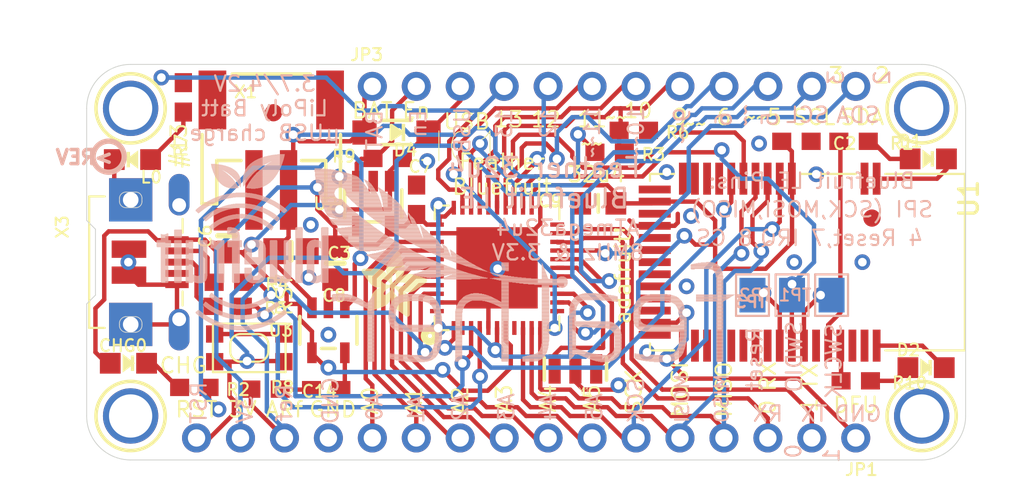
<source format=kicad_pcb>
(kicad_pcb (version 20211014) (generator pcbnew)
  (layers (0 "F.Cu" signal) (31 "B.Cu" signal) (34 "B.Paste" user) (35 "F.Paste" user) (36 "B.SilkS" user "B.Silkscreen") (37 "F.SilkS" user "F.Silkscreen") (38 "B.Mask" user) (39 "F.Mask" user) (44 "Edge.Cuts" user))
  (net 0 "")
  (net 1 "GND")
  (net 2 "D-")
  (net 3 "D+")
  (net 4 "MOSI")
  (net 5 "MISO")
  (net 6 "SCK")
  (net 7 "RST")
  (net 8 "N$11")
  (net 9 "N$12")
  (net 10 "A5")
  (net 11 "A4")
  (net 12 "A3")
  (net 13 "A2")
  (net 14 "A1")
  (net 15 "5")
  (net 16 "11")
  (net 17 "10")
  (net 18 "8_BLE_CS")
  (net 19 "6")
  (net 20 "12")
  (net 21 "2")
  (net 22 "7_BLE_IRQ")
  (net 23 "N$15")
  (net 24 "N$16")
  (net 25 "1")
  (net 26 "0")
  (net 27 "+3V3")
  (net 28 "VBUS")
  (net 29 "VBAT")
  (net 30 "DCC")
  (net 31 "DEC2")
  (net 32 "SWCLK")
  (net 33 "4_SWDIO/RST")
  (net 34 "MODE")
  (net 35 "CONNECTED")
  (net 36 "N$5")
  (net 37 "N$6")
  (net 38 "DFU")
  (net 39 "FCTRYRST")
  (net 40 "N$2")
  (net 41 "AREF")
  (net 42 "13")
  (net 43 "A0")
  (net 44 "9")
  (net 45 "3")
  (net 46 "N$1")
  (net 47 "N$3")
  (net 48 "N$4")
  (net 49 "EN")
  (footprint "boardEagle:0603-NO" (layer "F.Cu") (at 128.6891 95.4786 -90)
    (fp_text reference "R7")
    (fp_text value "2.2K")
  )
  (footprint "boardEagle:SOT23-5" (layer "F.Cu") (at 137.0711 108.9406 180)
    (fp_text reference "U3")
    (fp_text value "MCP73831T-2ACI/OT")
  )
  (footprint "boardEagle:MOUNTINGHOLE_2.5_PLATED" (layer "F.Cu") (at 125.6411 96.1136 -90)
    (fp_text reference "U$31" hide)
    (fp_text value "MOUNTINGHOLE2.5" hide)
  )
  (footprint "boardEagle:0603-NO" (layer "F.Cu") (at 167.4241 98.0186)
    (fp_text reference "R1")
    (fp_text value "2.2K")
  )
  (footprint "boardEagle:0603-NO" (layer "F.Cu") (at 153.3271 98.6536)
    (fp_text reference "R3")
    (fp_text value "100K")
  )
  (footprint "boardEagle:1X16_ROUND" (layer "F.Cu") (at 148.5011 115.1636 180)
    (fp_text reference "JP1")
    (fp_text value "")
  )
  (footprint "boardEagle:0603-NO" (layer "F.Cu") (at 133.4389 112.343007)
    (fp_text reference "C14")
    (fp_text value "1uF")
  )
  (footprint "boardEagle:_0805MP" (layer "F.Cu") (at 152.6699 101.605007 180)
    (fp_text reference "C9")
    (fp_text value "10uF")
  )
  (footprint "boardEagle:0805-NO" (layer "F.Cu") (at 137.4671 105.0636 -90)
    (fp_text reference "C8")
    (fp_text value "10µF")
  )
  (footprint "boardEagle:0603-NO" (layer "F.Cu") (at 154.7241 97.3836)
    (fp_text reference "R6")
    (fp_text value "100K")
  )
  (footprint "boardEagle:FIDUCIAL_1MM" (layer "F.Cu") (at 168.4873 102.4566 -90)
    (fp_text reference "U$35" hide)
    (fp_text value "FIDUCIAL\"\"" hide)
  )
  (footprint "boardEagle:RESONATOR-SMD" (layer "F.Cu") (at 151.347706 111.173994 180)
    (fp_text reference "Y1")
    (fp_text value "8MHz")
  )
  (footprint "boardEagle:0805-NO" (layer "F.Cu") (at 131.1891 103.4746 90)
    (fp_text reference "C6")
    (fp_text value "10µF")
  )
  (footprint "boardEagle:MOUNTINGHOLE_2.5_PLATED" (layer "F.Cu") (at 171.3611 113.8936)
    (fp_text reference "U$24" hide)
    (fp_text value "MOUNTINGHOLE2.5" hide)
  )
  (footprint "boardEagle:1X12_ROUND" (layer "F.Cu") (at 153.5811 94.8436)
    (fp_text reference "JP3")
    (fp_text value "")
  )
  (footprint "boardEagle:SOT23-5" (layer "F.Cu") (at 139.6619 101.6254 180)
    (fp_text reference "U2")
    (fp_text value "SPX3819-3.3")
  )
  (footprint "boardEagle:TQFN44_7MM" (layer "F.Cu") (at 146.819284 105.331994)
    (fp_text reference "IC1")
    (fp_text value "ATMEGA32U4-MU")
  )
  (footprint "boardEagle:0603-NO" (layer "F.Cu") (at 164.1221 98.0186)
    (fp_text reference "C2")
    (fp_text value "1uF")
  )
  (footprint "boardEagle:SOD-123" (layer "F.Cu") (at 141.0081 97.5106 180)
    (fp_text reference "D4")
    (fp_text value "MBR120")
  )
  (footprint "boardEagle:0603-NO" (layer "F.Cu") (at 129.3241 112.2426)
    (fp_text reference "R2")
    (fp_text value "1K")
  )
  (footprint "boardEagle:CHIPLED_0805_NOOUTLINE" (layer "F.Cu") (at 171.6151 111.0996 -90)
    (fp_text reference "D2")
    (fp_text value "BLUE")
  )
  (footprint "boardEagle:ADAFRUIT_3.5MM" (layer "F.Cu") (at 138.9761 108.1786)
    (fp_text reference "U$7" hide)
    (fp_text value "" hide)
  )
  (footprint "boardEagle:0603-NO" (layer "F.Cu") (at 140.5001 99.0092 180)
    (fp_text reference "R9")
    (fp_text value "100K")
  )
  (footprint "boardEagle:BLE_MODULE_RAYTAC_MDBT40" (layer "F.Cu") (at 164.7571 105.0036 -90)
    (fp_text reference "U1")
    (fp_text value "MBT40")
  )
  (footprint "boardEagle:CHIPLED_0805_NOOUTLINE" (layer "F.Cu") (at 125.5141 110.8456 -90)
    (fp_text reference "CHG0")
    (fp_text value "ORANGE")
  )
  (footprint "boardEagle:MOUNTINGHOLE_2.5_PLATED" (layer "F.Cu") (at 125.6411 113.8936 -90)
    (fp_text reference "U$32" hide)
    (fp_text value "MOUNTINGHOLE2.5" hide)
  )
  (footprint "boardEagle:0603-NO" (layer "F.Cu") (at 131.3201 106.1656)
    (fp_text reference "R4")
    (fp_text value "22")
  )
  (footprint "boardEagle:KMR2" (layer "F.Cu") (at 132.4991 109.9566 180)
    (fp_text reference "SW1" hide)
    (fp_text value "SPST_TACT-KMR2" hide)
  )
  (footprint "boardEagle:0603-NO" (layer "F.Cu") (at 167.5511 111.8616)
    (fp_text reference "R10")
    (fp_text value "2.2K")
  )
  (footprint "boardEagle:4UCONN_20329_V2" (layer "F.Cu") (at 127.5461 105.0036 -90)
    (fp_text reference "X3")
    (fp_text value "microUSB")
    (fp_line (start -4.05 2.15) (end -4.05 1.6) (layer "Edge.Cuts") (width 0.05))
    (fp_line (start 3.15 2.2) (end 3.15 1.6) (layer "Edge.Cuts") (width 0.05))
    (fp_line (start -3.7 1.25) (end -3.5 1.25) (layer "Edge.Cuts") (width 0.05))
    (fp_line (start 4.05 1.6) (end 4.05 2.2) (layer "Edge.Cuts") (width 0.05))
    (fp_line (start -3.15 1.6) (end -3.15 2.15) (layer "Edge.Cuts") (width 0.05))
    (fp_line (start -3.5 2.55) (end -3.7 2.55) (layer "Edge.Cuts") (width 0.05))
    (fp_arc (start -4.05 1.6) (mid -3.947487 1.352513) (end -3.7 1.25) (layer "Edge.Cuts") (width 0.05))
    (fp_arc (start 3.6 2.55) (mid 3.302513 2.468198) (end 3.15 2.2) (layer "Edge.Cuts") (width 0.05))
    (fp_arc (start 3.6 1.25) (mid 3.897487 1.331802) (end 4.05 1.6) (layer "Edge.Cuts") (width 0.05))
    (fp_arc (start -3.5 1.25) (mid -3.252513 1.352513) (end -3.15 1.6) (layer "Edge.Cuts") (width 0.05))
    (fp_arc (start 4.05 2.2) (mid 3.897487 2.468198) (end 3.6 2.55) (layer "Edge.Cuts") (width 0.05))
    (fp_arc (start 3.15 1.6) (mid 3.302513 1.331802) (end 3.6 1.25) (layer "Edge.Cuts") (width 0.05))
    (fp_arc (start -3.15 2.15) (mid -3.242157 2.422487) (end -3.5 2.55) (layer "Edge.Cuts") (width 0.05))
    (fp_arc (start -3.7 2.55) (mid -3.957843 2.422487) (end -4.05 2.15) (layer "Edge.Cuts") (width 0.05))
  )
  (footprint "boardEagle:CHIPLED_0805_NOOUTLINE" (layer "F.Cu") (at 125.7461 99.0746 90)
    (fp_text reference "L0")
    (fp_text value "RED")
  )
  (footprint "boardEagle:0603-NO" (layer "F.Cu") (at 136.9441 112.3696 180)
    (fp_text reference "R8")
    (fp_text value "10K\\")
  )
  (footprint "boardEagle:0603-NO" (layer "F.Cu") (at 142.1681 101.3966 90)
    (fp_text reference "C7")
    (fp_text value "1uF")
  )
  (footprint "boardEagle:JSTPH2" (layer "F.Cu") (at 133.7691 97.1296)
    (fp_text reference "X1")
    (fp_text value "JSTPH")
  )
  (footprint "boardEagle:0603-NO" (layer "F.Cu") (at 131.250887 107.554913)
    (fp_text reference "R5")
    (fp_text value "22")
  )
  (footprint "boardEagle:MOUNTINGHOLE_2.5_PLATED" (layer "F.Cu") (at 171.3611 96.1136)
    (fp_text reference "U$6" hide)
    (fp_text value "MOUNTINGHOLE2.5" hide)
  )
  (footprint "boardEagle:FIDUCIAL_1MM" (layer "F.Cu") (at 133.8961 96.3676 -90)
    (fp_text reference "U$34" hide)
    (fp_text value "FIDUCIAL\"\"" hide)
  )
  (footprint "boardEagle:0805-NO" (layer "F.Cu") (at 134.9121 104.3686)
    (fp_text reference "C3")
    (fp_text value "10µF")
  )
  (footprint "boardEagle:CHIPLED_0805_NOOUTLINE" (layer "F.Cu") (at 171.7421 99.0346 -90)
    (fp_text reference "D1")
    (fp_text value "RED")
  )
  (footprint "boardEagle:PAD-1.5X2.0" (layer "B.Cu") (at 161.5821 106.9086 180)
    (fp_text reference "TP3")
    (fp_text value "SWDIO")
  )
  (footprint "boardEagle:BLUEFRUITLOGO_100MM" (layer "B.Cu") (at 137.0711 108.9406 180)
    (fp_text reference "U$26" hide)
    (fp_text value "" hide)
  )
  (footprint "boardEagle:PAD-1.5X2.0" (layer "B.Cu") (at 163.8681 106.9086 180)
    (fp_text reference "TP2")
    (fp_text value "SWDIO")
  )
  (footprint "boardEagle:PAD-1.5X2.0" (layer "B.Cu") (at 166.1541 106.9086 180)
    (fp_text reference "TP1")
    (fp_text value "SWCLK")
  )
  (footprint "boardEagle:PCBFEAT-REV-040" (layer "B.Cu") (at 124.3711 98.9076 180)
    (fp_text reference "U$23" hide)
    (fp_text value "" hide)
  )
  (footprint "boardEagle:FEATHERLOGO" (layer "B.Cu") (at 160.5661 110.8456 180)
    (fp_text reference "U$9" hide)
    (fp_text value "" hide)
  )
  (gr_line (start 123.6091 106.9086) (end 123.1011 107.4166) (layer "Edge.Cuts") (width 0.05))
  (gr_line (start 125.6411 116.4336) (end 171.3611 116.4336) (layer "Edge.Cuts") (width 0.05))
  (gr_line (start 123.1011 102.5906) (end 123.6091 103.0986) (layer "Edge.Cuts") (width 0.05))
  (gr_line (start 123.1011 96.1136) (end 123.1011 102.5906) (layer "Edge.Cuts") (width 0.05))
  (gr_arc (start 173.9011 113.8936) (mid 173.157151 115.689651) (end 171.3611 116.4336) (layer "Edge.Cuts") (width 0.05))
  (gr_line (start 123.1011 107.4166) (end 123.1011 113.8936) (layer "Edge.Cuts") (width 0.05))
  (gr_arc (start 123.1011 96.1136) (mid 123.845049 94.317549) (end 125.6411 93.5736) (layer "Edge.Cuts") (width 0.05))
  (gr_line (start 123.6091 103.0986) (end 123.6091 106.9086) (layer "Edge.Cuts") (width 0.05))
  (gr_line (start 173.9011 113.8936) (end 173.9011 96.1136) (layer "Edge.Cuts") (width 0.05))
  (gr_arc (start 125.6411 116.4336) (mid 123.845049 115.689651) (end 123.1011 113.8936) (layer "Edge.Cuts") (width 0.05))
  (gr_line (start 171.3611 93.5736) (end 125.6411 93.5736) (layer "Edge.Cuts") (width 0.05))
  (gr_arc (start 171.3611 93.5736) (mid 173.157151 94.317549) (end 173.9011 96.1136) (layer "Edge.Cuts") (width 0.05))
  (gr_text "1" (at 166.1541 116.1796 -270) (layer "B.SilkS") (effects (font (size 0.89408 0.89408) (thickness 0.12192)) (justify mirror)))
  (gr_text "A1" (at 142.1511 113.5126 -270) (layer "B.SilkS") (effects (font (size 0.89408 0.89408) (thickness 0.12192)) (justify mirror)))
  (gr_text "ATmega32u4\n8MHz & 3.3V" (at 150.9141 103.7336) (layer "B.SilkS") (effects (font (size 0.88392 0.88392) (thickness 0.13208)) (justify mirror)))
  (gr_text "En" (at 142.2781 97.0026 -270) (layer "B.SilkS") (effects (font (size 0.89408 0.89408) (thickness 0.12192)) (justify mirror)))
  (gr_text "A3" (at 147.3581 113.3856 -270) (layer "B.SilkS") (effects (font (size 0.89408 0.89408) (thickness 0.12192)) (justify mirror)))
  (gr_text "6" (at 159.9311 96.7486 -270) (layer "B.SilkS") (effects (font (size 0.89408 0.89408) (thickness 0.12192)) (justify mirror)))
  (gr_text "11~~" (at 152.3111 97.5106 -270) (layer "B.SilkS") (effects (font (size 0.89408 0.89408) (thickness 0.12192)) (justify mirror)))
  (gr_text "9~~" (at 157.5181 97.1296 -270) (layer "B.SilkS") (effects (font (size 0.89408 0.89408) (thickness 0.12192)) (justify mirror)))
  (gr_text "3.7/4.2V\nLiPoly Batt\nµUSB charge" (at 133.3881 96.1136) (layer "B.SilkS") (effects (font (size 0.88392 0.88392) (thickness 0.13208)) (justify mirror)))
  (gr_text "Feather 32u4\nBluefruit LE" (at 149.5171 100.4316) (layer "B.SilkS") (effects (font (size 1.1049 1.1049) (thickness 0.1651)) (justify mirror)))
  (gr_text "Ref" (at 134.5311 113.1316 -270) (layer "B.SilkS") (effects (font (size 0.89408 0.89408) (thickness 0.12192)) (justify mirror)))
  (gr_text "10~~" (at 154.8511 97.5106 -270) (layer "B.SilkS") (effects (font (size 0.89408 0.89408) (thickness 0.12192)) (justify mirror)))
  (gr_text "RX" (at 162.4711 113.7666) (layer "B.SilkS") (effects (font (size 0.89408 0.89408) (thickness 0.12192)) (justify mirror)))
  (gr_text "BAT" (at 139.7381 97.3836 -270) (layer "B.SilkS") (effects (font (size 0.89408 0.89408) (thickness 0.12192)) (justify mirror)))
  (gr_text "~~" (at 161.2011 96.4946 -90) (layer "B.SilkS") (effects (font (size 0.89408 0.89408) (thickness 0.12192)) (justify mirror)))
  (gr_text "GND" (at 167.6781 113.7666) (layer "B.SilkS") (effects (font (size 0.89408 0.89408) (thickness 0.12192)) (justify mirror)))
  (gr_text "2" (at 169.0751 94.3356 -270) (layer "B.SilkS") (effects (font (size 0.89408 0.89408) (thickness 0.12192)) (justify mirror)))
  (gr_text "MOSI" (at 157.5181 112.8776 -270) (layer "B.SilkS") (effects (font (size 0.78232 0.78232) (thickness 0.10668)) (justify mirror)))
  (gr_text "GND" (at 137.1981 113.0046 -270) (layer "B.SilkS") (effects (font (size 0.89408 0.89408) (thickness 0.12192)) (justify mirror)))
  (gr_text "A4" (at 149.7711 113.3856 -270) (layer "B.SilkS") (effects (font (size 0.89408 0.89408) (thickness 0.12192)) (justify mirror)))
  (gr_text "5" (at 162.5981 96.7486 -270) (layer "B.SilkS") (effects (font (size 0.89408 0.89408) (thickness 0.12192)) (justify mirror)))
  (gr_text "A2" (at 144.6911 113.3856 -270) (layer "B.SilkS") (effects (font (size 0.89408 0.89408) (thickness 0.12192)) (justify mirror)))
  (gr_text "12" (at 149.7711 97.0026 -270) (layer "B.SilkS") (effects (font (size 0.89408 0.89408) (thickness 0.12192)) (justify mirror)))
  (gr_text "RST" (at 129.5781 113.1316 -270) (layer "B.SilkS") (effects (font (size 0.89408 0.89408) (thickness 0.12192)) (justify mirror)))
  (gr_text "SCL" (at 164.7571 96.4946) (layer "B.SilkS") (effects (font (size 0.89408 0.89408) (thickness 0.12192)) (justify mirror)))
  (gr_text "SPI (SCK,MOSI,MISO)" (at 165.0111 101.9556) (layer "B.SilkS") (effects (font (size 0.89408 0.89408) (thickness 0.12192)) (justify mirror)))
  (gr_text "USB" (at 144.8181 97.3836 -270) (layer "B.SilkS") (effects (font (size 0.89408 0.89408) (thickness 0.12192)) (justify mirror)))
  (gr_text "Reset" (at 161.7091 110.5916 -270) (layer "B.SilkS") (effects (font (size 0.89408 0.89408) (thickness 0.12192)) (justify mirror)))
  (gr_text "3V" (at 132.2451 113.5126 -270) (layer "B.SilkS") (effects (font (size 0.89408 0.89408) (thickness 0.12192)) (justify mirror)))
  (gr_text "A0" (at 139.7381 113.3856 -270) (layer "B.SilkS") (effects (font (size 0.89408 0.89408) (thickness 0.12192)) (justify mirror)))
  (gr_text "0" (at 163.8681 115.9256 -90) (layer "B.SilkS") (effects (font (size 0.89408 0.89408) (thickness 0.12192)) (justify mirror)))
  (gr_text "13" (at 147.2311 97.0026 -270) (layer "B.SilkS") (effects (font (size 0.89408 0.89408) (thickness 0.12192)) (justify mirror)))
  (gr_text "3" (at 166.4081 94.3356 -270) (layer "B.SilkS") (effects (font (size 0.89408 0.89408) (thickness 0.12192)) (justify mirror)))
  (gr_text "SDA" (at 167.6781 96.4946) (layer "B.SilkS") (effects (font (size 0.89408 0.89408) (thickness 0.12192)) (justify mirror)))
  (gr_text "SCK" (at 154.8511 113.0046 -270) (layer "B.SilkS") (effects (font (size 0.89408 0.89408) (thickness 0.12192)) (justify mirror)))
  (gr_text "Bluefruit LE Pins:" (at 165.0111 100.3046) (layer "B.SilkS") (effects (font (size 0.89408 0.89408) (thickness 0.12192)) (justify mirror)))
  (gr_text "SWDIO" (at 163.9951 110.4646 -270) (layer "B.SilkS") (effects (font (size 0.89408 0.89408) (thickness 0.12192)) (justify mirror)))
  (gr_text "4 Reset,7 IRQ,8 CS" (at 164.8841 103.6066) (layer "B.SilkS") (effects (font (size 0.89408 0.89408) (thickness 0.12192)) (justify mirror)))
  (gr_text "MISO" (at 159.8041 112.8776 -270) (layer "B.SilkS") (effects (font (size 0.78232 0.78232) (thickness 0.10668)) (justify mirror)))
  (gr_text "A5" (at 152.4381 113.3856 -270) (layer "B.SilkS") (effects (font (size 0.89408 0.89408) (thickness 0.12192)) (justify mirror)))
  (gr_text "SWCLK" (at 166.2811 110.7186 -270) (layer "B.SilkS") (effects (font (size 0.89408 0.89408) (thickness 0.12192)) (justify mirror)))
  (gr_text "TX" (at 165.1381 113.7666) (layer "B.SilkS") (effects (font (size 0.89408 0.89408) (thickness 0.12192)) (justify mirror)))
  (gr_text "TX" (at 164.8841 111.6076 90) (layer "F.SilkS") (effects (font (size 0.89408 0.89408) (thickness 0.12192))))
  (gr_text "En" (at 142.1511 96.2406) (layer "F.SilkS") (effects (font (size 0.89408 0.89408) (thickness 0.12192))))
  (gr_text "2" (at 169.0751 94.2086) (layer "F.SilkS") (effects (font (size 0.89408 0.89408) (thickness 0.12192))))
  (gr_text "12" (at 149.6441 96.7486) (layer "F.SilkS") (effects (font (size 0.89408 0.89408) (thickness 0.12192))))
  (gr_text "CHG" (at 128.6891 110.9726) (layer "F.SilkS") (effects (font (size 0.89408 0.89408) (thickness 0.12192))))
  (gr_text "MISO" (at 159.9311 112.3696 90) (layer "F.SilkS") (effects (font (size 0.89408 0.89408) (thickness 0.12192))))
  (gr_text "A4" (at 149.7711 112.8776 90) (layer "F.SilkS") (effects (font (size 0.89408 0.89408) (thickness 0.12192))))
  (gr_text "ARf" (at 134.5311 113.5126) (layer "F.SilkS") (effects (font (size 0.89408 0.89408) (thickness 0.12192))))
  (gr_text "RX" (at 162.4711 111.6076 90) (layer "F.SilkS") (effects (font (size 0.89408 0.89408) (thickness 0.12192))))
  (gr_text "USB" (at 145.0721 96.8756) (layer "F.SilkS") (effects (font (size 0.89408 0.89408) (thickness 0.12192))))
  (gr_text "SCK" (at 154.7241 112.4966 90) (layer "F.SilkS") (effects (font (size 0.89408 0.89408) (thickness 0.12192))))
  (gr_text "~~" (at 153.7081 96.6216) (layer "F.SilkS") (effects (font (size 0.89408 0.89408) (thickness 0.12192))))
  (gr_text "A1" (at 142.0241 113.0046 90) (layer "F.SilkS") (effects (font (size 0.89408 0.89408) (thickness 0.12192))))
  (gr_text "#13" (at 128.4351 98.2726 90) (layer "F.SilkS") (effects (font (size 0.89408 0.89408) (thickness 0.12192))))
  (gr_text "BAT" (at 139.6111 96.2406) (layer "F.SilkS") (effects (font (size 0.89408 0.89408) (thickness 0.12192))))
  (gr_text "~~5" (at 162.2171 96.6216) (layer "F.SilkS") (effects (font (size 0.89408 0.89408) (thickness 0.12192))))
  (gr_text "1" (at 164.8841 113.2586 90) (layer "F.SilkS") (effects (font (size 0.89408 0.89408) (thickness 0.12192))))
  (gr_text "adafruit!" (at 154.0891 105.7656 90) (layer "F.SilkS") (effects (font (size 0.89408 0.89408) (thickness 0.12192))))
  (gr_text "SDA" (at 167.9321 96.6216) (layer "F.SilkS") (effects (font (size 0.89408 0.89408) (thickness 0.12192))))
  (gr_text "3V" (at 132.1181 113.5126) (layer "F.SilkS") (effects (font (size 0.89408 0.89408) (thickness 0.12192))))
  (gr_text "A0" (at 139.4841 113.0046 90) (layer "F.SilkS") (effects (font (size 0.89408 0.89408) (thickness 0.12192))))
  (gr_text "RST" (at 134.5311 106.9086 90) (layer "F.SilkS") (effects (font (size 0.89408 0.89408) (thickness 0.12192))))
  (gr_text "MOSI" (at 157.3911 112.3696 90) (layer "F.SilkS") (effects (font (size 0.89408 0.89408) (thickness 0.12192))))
  (gr_text "11" (at 152.3111 96.7486) (layer "F.SilkS") (effects (font (size 0.89408 0.89408) (thickness 0.12192))))
  (gr_text "~~" (at 152.3111 98.1456) (layer "F.SilkS") (effects (font (size 0.89408 0.89408) (thickness 0.12192))))
  (gr_text "A5" (at 152.3111 112.8776 90) (layer "F.SilkS") (effects (font (size 0.89408 0.89408) (thickness 0.12192))))
  (gr_text "RST" (at 129.4511 113.5126) (layer "F.SilkS") (effects (font (size 0.89408 0.89408) (thickness 0.12192))))
  (gr_text "GND" (at 137.3251 113.5126) (layer "F.SilkS") (effects (font (size 0.89408 0.89408) (thickness 0.12192))))
  (gr_text "DFU" (at 167.5511 113.2586) (layer "F.SilkS") (effects (font (size 0.89408 0.89408) (thickness 0.12192))))
  (gr_text "3" (at 166.4081 94.2086) (layer "F.SilkS") (effects (font (size 0.89408 0.89408) (thickness 0.12192))))
  (gr_text "0" (at 162.4711 113.3856 90) (layer "F.SilkS") (effects (font (size 0.89408 0.89408) (thickness 0.12192))))
  (gr_text "6" (at 159.9311 96.6216) (layer "F.SilkS") (effects (font (size 0.89408 0.89408) (thickness 0.12192))))
  (gr_text "SCL" (at 165.1381 96.6216) (layer "F.SilkS") (effects (font (size 0.89408 0.89408) (thickness 0.12192))))
  (gr_text "~~" (at 158.2801 97.0026) (layer "F.SilkS") (effects (font (size 0.89408 0.89408) (thickness 0.12192))))
  (gr_text "13" (at 147.4851 96.7486) (layer "F.SilkS") (effects (font (size 0.89408 0.89408) (thickness 0.12192))))
  (gr_text "Feather\nBluefruit" (at 147.1041 99.9236) (layer "F.SilkS") (effects (font (size 0.89408 0.89408) (thickness 0.12192))))
  (gr_text "10" (at 154.9781 96.2406) (layer "F.SilkS") (effects (font (size 0.849376 0.849376) (thickness 0.115824))))
  (gr_text "9" (at 157.3911 96.6216) (layer "F.SilkS") (effects (font (size 0.89408 0.89408) (thickness 0.12192))))
  (gr_text "A3" (at 147.2311 112.8776 90) (layer "F.SilkS") (effects (font (size 0.89408 0.89408) (thickness 0.12192))))
  (gr_text "32u4" (at 152.5651 99.9236) (layer "F.SilkS") (effects (font (size 0.88392 0.88392) (thickness 0.13208))))
  (gr_text "A2" (at 144.6911 113.0046 90) (layer "F.SilkS") (effects (font (size 0.89408 0.89408) (thickness 0.12192))))
  (segment (start 124.6961 99.0746) (end 124.6961 101.4036) (width 0.254) (layer "F.Cu") (net 1))
  (segment (start 126.0961 106.3036) (end 125.5461 105.7536) (width 0.254) (layer "F.Cu") (net 1))
  (segment (start 149.319284 101.856994) (end 149.319284 102.788416) (width 0.254) (layer "F.Cu") (net 1))
  (segment (start 146.9771 105.2576) (end 146.8501 105.3846) (width 0.254) (layer "F.Cu") (net 1))
  (segment (start 151.347706 111.914207) (end 151.8031 112.3696) (width 0.254) (layer "F.Cu") (net 1))
  (segment (start 128.3211 106.3036) (end 128.3211 108.1786) (width 0.254) (layer "F.Cu") (net 1))
  (segment (start 130.4991 109.1566) (end 134.4991 109.1566) (width 0.254) (layer "F.Cu") (net 1))
  (segment (start 128.3211 108.1786) (end 128.4461 108.3036) (width 0.254) (layer "F.Cu") (net 1))
  (segment (start 143.344284 103.331994) (end 145.178493 103.331994) (width 0.254) (layer "F.Cu") (net 1))
  (segment (start 145.178493 103.331994) (end 146.9771 105.1306) (width 0.254) (layer "F.Cu") (net 1))
  (segment (start 125.6461 108.6036) (end 128.1461 108.6036) (width 0.254) (layer "F.Cu") (net 1))
  (segment (start 157.2641 102.7176) (end 157.2641 102.2096) (width 0.254) (layer "F.Cu") (net 1))
  (segment (start 172.7921 99.0346) (end 172.7921 99.6356) (width 0.254) (layer "F.Cu") (net 1))
  (segment (start 157.0781 102.9036) (end 157.2641 102.7176) (width 0.254) (layer "F.Cu") (net 1))
  (segment (start 146.9771 105.1306) (end 146.9771 105.2576) (width 0.254) (layer "F.Cu") (net 1))
  (segment (start 137.0711 106.5276) (end 137.4521 106.1466) (width 0.254) (layer "F.Cu") (net 1))
  (segment (start 171.3941 109.8286) (end 168.7571 109.8286) (width 0.254) (layer "F.Cu") (net 1))
  (segment (start 172.2491 100.1786) (end 168.7571 100.1786) (width 0.254) (layer "F.Cu") (net 1))
  (segment (start 137.0711 107.6405) (end 137.0711 106.5276) (width 0.254) (layer "F.Cu") (net 1))
  (segment (start 135.077493 112.3696) (end 136.0941 112.3696) (width 0.254) (layer "F.Cu") (net 1))
  (segment (start 172.7921 99.6356) (end 172.2491 100.1786) (width 0.254) (layer "F.Cu") (net 1))
  (segment (start 155.9321 102.9036) (end 157.0781 102.9036) (width 0.254) (layer "F.Cu") (net 1))
  (segment (start 128.1461 108.6036) (end 128.4461 108.3036) (width 0.254) (layer "F.Cu") (net 1))
  (segment (start 145.410706 107.331994) (end 145.410706 106.823994) (width 0.254) (layer "F.Cu") (net 1))
  (segment (start 146.319284 108.806994) (end 146.319284 105.915416) (width 0.254) (layer "F.Cu") (net 1))
  (segment (start 155.9941 100.7416) (end 155.9321 100.8036) (width 0.254) (layer "F.Cu") (net 1))
  (segment (start 150.294284 106.331994) (end 148.178493 106.331994) (width 0.254) (layer "F.Cu") (net 1))
  (segment (start 128.3211 106.3036) (end 126.0961 106.3036) (width 0.254) (layer "F.Cu") (net 1))
  (segment (start 151.8031 112.3696) (end 153.7081 112.3696) (width 0.254) (layer "F.Cu") (net 1))
  (segment (start 154.7831 102.9036) (end 154.4701 102.5906) (width 0.254) (layer "F.Cu") (net 1))
  (segment (start 124.6961 101.4036) (end 125.6461 101.4036) (width 0.254) (layer "F.Cu") (net 1))
  (segment (start 143.344284 107.331994) (end 145.410706 107.331994) (width 0.254) (layer "F.Cu") (net 1))
  (segment (start 146.319284 105.915416) (end 146.8501 105.3846) (width 0.254) (layer "F.Cu") (net 1))
  (segment (start 149.319284 102.788416) (end 146.9771 105.1306) (width 0.254) (layer "F.Cu") (net 1))
  (segment (start 172.6651 111.0996) (end 171.3941 109.8286) (width 0.254) (layer "F.Cu") (net 1))
  (segment (start 155.9321 102.9036) (end 154.7831 102.9036) (width 0.254) (layer "F.Cu") (net 1))
  (segment (start 151.347706 111.173994) (end 151.347706 111.914207) (width 0.254) (layer "F.Cu") (net 1))
  (segment (start 145.410706 106.823994) (end 146.8501 105.3846) (width 0.254) (layer "F.Cu") (net 1))
  (segment (start 148.178493 106.331994) (end 146.9771 105.1306) (width 0.254) (layer "F.Cu") (net 1))
  (via (at 135.9281 105.8926) (size 0.9064) (drill 0.5) (layers "F.Cu" "B.Cu") (net 1))
  (via (at 136.0551 102.8446) (size 0.9064) (drill 0.5) (layers "F.Cu" "B.Cu") (net 1))
  (via (at 153.8351 112.1156) (size 0.9064) (drill 0.5) (layers "F.Cu" "B.Cu") (net 1))
  (via (at 156.6291 99.7966) (size 0.9064) (drill 0.5) (layers "F.Cu" "B.Cu") (net 1))
  (via (at 125.5141 105.0036) (size 0.9064) (drill 0.5) (layers "F.Cu" "B.Cu") (net 1))
  (via (at 157.7721 106.4006) (size 0.9064) (drill 0.5) (layers "F.Cu" "B.Cu") (net 1))
  (via (at 137.7061 100.0506) (size 0.9064) (drill 0.5) (layers "F.Cu" "B.Cu") (net 1))
  (via (at 142.7861 99.1616) (size 0.9064) (drill 0.5) (layers "F.Cu" "B.Cu") (net 1))
  (via (at 146.8501 105.3846) (size 0.9064) (drill 0.5) (layers "F.Cu" "B.Cu") (net 1))
  (via (at 158.0261 102.3366) (size 0.9064) (drill 0.5) (layers "F.Cu" "B.Cu") (net 1))
  (via (at 137.0711 109.1946) (size 0.9064) (drill 0.5) (layers "F.Cu" "B.Cu") (net 1))
  (via (at 155.4861 110.2106) (size 0.9064) (drill 0.5) (layers "F.Cu" "B.Cu") (net 1))
  (via (at 165.2651 99.9236) (size 0.9064) (drill 0.5) (layers "F.Cu" "B.Cu") (net 1))
  (via (at 163.9951 105.0036) (size 0.9064) (drill 0.5) (layers "F.Cu" "B.Cu") (net 1))
  (via (at 161.9631 98.1456) (size 0.9064) (drill 0.5) (layers "F.Cu" "B.Cu") (net 1))
  (via (at 167.9321 105.0036) (size 0.9064) (drill 0.5) (layers "F.Cu" "B.Cu") (net 1))
  (segment (start 133.0261 106.1656) (end 133.7691 106.9086) (width 0.254) (layer "F.Cu") (net 2))
  (segment (start 132.1701 106.1656) (end 133.0261 106.1656) (width 0.254) (layer "F.Cu") (net 2))
  (segment (start 145.319284 110.344416) (end 144.8181 110.8456) (width 0.254) (layer "F.Cu") (net 2))
  (segment (start 145.319284 108.806994) (end 145.319284 110.344416) (width 0.254) (layer "F.Cu") (net 2))
  (via (at 133.7691 106.9086) (size 0.9064) (drill 0.5) (layers "F.Cu" "B.Cu") (net 2))
  (via (at 144.8181 110.8456) (size 0.9064) (drill 0.5) (layers "F.Cu" "B.Cu") (net 2))
  (segment (start 133.7691 106.9086) (end 135.1661 108.3056) (width 0.254) (layer "B.Cu") (net 2))
  (segment (start 144.1831 112.7506) (end 144.8181 112.1156) (width 0.254) (layer "B.Cu") (net 2))
  (segment (start 144.8181 112.1156) (end 144.8181 110.8456) (width 0.254) (layer "B.Cu") (net 2))
  (segment (start 135.1661 108.3056) (end 135.1661 112.7506) (width 0.254) (layer "B.Cu") (net 2))
  (segment (start 135.1661 112.7506) (end 144.1831 112.7506) (width 0.254) (layer "B.Cu") (net 2))
  (segment (start 132.100887 107.554913) (end 132.891412 107.554913) (width 0.254) (layer "F.Cu") (net 3))
  (segment (start 132.891412 107.554913) (end 133.3881 108.0516) (width 0.254) (layer "F.Cu") (net 3))
  (segment (start 145.819284 111.592785) (end 145.8341 111.6076) (width 0.254) (layer "F.Cu") (net 3))
  (segment (start 145.819284 108.806994) (end 145.819284 111.592785) (width 0.254) (layer "F.Cu") (net 3))
  (via (at 133.3881 108.0516) (size 0.9064) (drill 0.5) (layers "F.Cu" "B.Cu") (net 3))
  (via (at 145.8341 111.6076) (size 0.9064) (drill 0.5) (layers "F.Cu" "B.Cu") (net 3))
  (segment (start 134.1501 112.4966) (end 134.1501 108.8136) (width 0.254) (layer "B.Cu") (net 3))
  (segment (start 134.1501 108.8136) (end 133.3881 108.0516) (width 0.254) (layer "B.Cu") (net 3))
  (segment (start 145.3261 113.3856) (end 145.8341 112.8776) (width 0.254) (layer "B.Cu") (net 3))
  (segment (start 135.0391 113.3856) (end 145.3261 113.3856) (width 0.254) (layer "B.Cu") (net 3))
  (segment (start 145.8341 112.8776) (end 145.8341 111.6076) (width 0.254) (layer "B.Cu") (net 3))
  (segment (start 135.0391 113.3856) (end 134.1501 112.4966) (width 0.254) (layer "B.Cu") (net 3))
  (segment (start 161.7571 101.2726) (end 160.9471 102.0826) (width 0.254) (layer "F.Cu") (net 4))
  (segment (start 148.819284 108.806994) (end 148.819284 112.560785) (width 0.254) (layer "F.Cu") (net 4))
  (segment (start 148.819284 112.560785) (end 149.1361 112.8776) (width 0.254) (layer "F.Cu") (net 4))
  (segment (start 155.7401 113.8936) (end 157.0101 115.1636) (width 0.254) (layer "F.Cu") (net 4))
  (segment (start 153.2001 113.3856) (end 153.7081 113.8936) (width 0.254) (layer "F.Cu") (net 4))
  (segment (start 150.7871 112.8776) (end 151.2951 113.3856) (width 0.254) (layer "F.Cu") (net 4))
  (segment (start 160.9471 102.0826) (end 160.9471 104.4956) (width 0.254) (layer "F.Cu") (net 4))
  (segment (start 157.0101 115.1636) (end 157.3911 115.1636) (width 0.254) (layer "F.Cu") (net 4))
  (segment (start 153.7081 113.8936) (end 155.7401 113.8936) (width 0.254) (layer "F.Cu") (net 4))
  (segment (start 151.2951 113.3856) (end 153.2001 113.3856) (width 0.254) (layer "F.Cu") (net 4))
  (segment (start 161.7571 100.1786) (end 161.7571 101.2726) (width 0.254) (layer "F.Cu") (net 4))
  (segment (start 149.1361 112.8776) (end 150.7871 112.8776) (width 0.254) (layer "F.Cu") (net 4))
  (via (at 160.9471 104.4956) (size 0.9064) (drill 0.5) (layers "F.Cu" "B.Cu") (net 4))
  (segment (start 157.3911 114.6556) (end 157.3911 115.1636) (width 0.254) (layer "B.Cu") (net 4))
  (segment (start 159.4231 105.7656) (end 159.4231 112.6236) (width 0.254) (layer "B.Cu") (net 4))
  (segment (start 159.4231 112.6236) (end 157.3911 114.6556) (width 0.254) (layer "B.Cu") (net 4))
  (segment (start 160.9471 104.4956) (end 160.6931 104.4956) (width 0.254) (layer "B.Cu") (net 4))
  (segment (start 160.6931 104.4956) (end 159.4231 105.7656) (width 0.254) (layer "B.Cu") (net 4))
  (segment (start 149.319284 108.806994) (end 149.319284 112.298785) (width 0.254) (layer "F.Cu") (net 5))
  (segment (start 159.9311 114.6556) (end 159.9311 115.1636) (width 0.254) (layer "F.Cu") (net 5))
  (segment (start 162.4571 100.1786) (end 162.4571 101.4616) (width 0.254) (layer "F.Cu") (net 5))
  (segment (start 161.5821 102.3366) (end 161.5821 103.8606) (width 0.254) (layer "F.Cu") (net 5))
  (segment (start 162.4571 101.4616) (end 161.5821 102.3366) (width 0.254) (layer "F.Cu") (net 5))
  (segment (start 149.319284 112.298785) (end 149.3901 112.3696) (width 0.254) (layer "F.Cu") (net 5))
  (segment (start 153.4541 112.8776) (end 153.9621 113.3856) (width 0.254) (layer "F.Cu") (net 5))
  (segment (start 153.9621 113.3856) (end 156.3751 113.3856) (width 0.254) (layer "F.Cu") (net 5))
  (segment (start 151.5491 112.8776) (end 153.4541 112.8776) (width 0.254) (layer "F.Cu") (net 5))
  (segment (start 151.0411 112.3696) (end 151.5491 112.8776) (width 0.254) (layer "F.Cu") (net 5))
  (segment (start 156.3751 113.3856) (end 156.8831 113.8936) (width 0.254) (layer "F.Cu") (net 5))
  (segment (start 149.3901 112.3696) (end 151.0411 112.3696) (width 0.254) (layer "F.Cu") (net 5))
  (segment (start 159.1691 113.8936) (end 159.9311 114.6556) (width 0.254) (layer "F.Cu") (net 5))
  (segment (start 156.8831 113.8936) (end 159.1691 113.8936) (width 0.254) (layer "F.Cu") (net 5))
  (segment (start 161.5821 103.8606) (end 162.0901 104.3686) (width 0.254) (layer "F.Cu") (net 5))
  (via (at 162.0901 104.3686) (size 0.9064) (drill 0.5) (layers "F.Cu" "B.Cu") (net 5))
  (segment (start 159.9311 106.1466) (end 160.5661 105.5116) (width 0.254) (layer "B.Cu") (net 5))
  (segment (start 162.0901 104.8766) (end 162.0901 104.3686) (width 0.254) (layer "B.Cu") (net 5))
  (segment (start 161.4551 105.5116) (end 162.0901 104.8766) (width 0.254) (layer "B.Cu") (net 5))
  (segment (start 159.9311 106.1466) (end 159.9311 115.1636) (width 0.254) (layer "B.Cu") (net 5))
  (segment (start 160.5661 105.5116) (end 161.4551 105.5116) (width 0.254) (layer "B.Cu") (net 5))
  (segment (start 154.0891 115.1636) (end 154.8511 115.1636) (width 0.254) (layer "F.Cu") (net 6))
  (segment (start 152.8191 113.8936) (end 154.0891 115.1636) (width 0.254) (layer "F.Cu") (net 6))
  (segment (start 150.5331 113.3856) (end 151.0411 113.8936) (width 0.254) (layer "F.Cu") (net 6))
  (segment (start 151.0411 113.8936) (end 152.8191 113.8936) (width 0.254) (layer "F.Cu") (net 6))
  (segment (start 163.1571 100.1786) (end 163.1571 102.6666) (width 0.254) (layer "F.Cu") (net 6))
  (segment (start 148.319284 108.806994) (end 148.319284 112.949785) (width 0.254) (layer "F.Cu") (net 6))
  (segment (start 148.7551 113.3856) (end 150.5331 113.3856) (width 0.254) (layer "F.Cu") (net 6))
  (segment (start 148.319284 112.949785) (end 148.7551 113.3856) (width 0.254) (layer "F.Cu") (net 6))
  (segment (start 163.1571 102.6666) (end 162.7251 103.0986) (width 0.254) (layer "F.Cu") (net 6))
  (via (at 162.7251 103.0986) (size 0.9064) (drill 0.5) (layers "F.Cu" "B.Cu") (net 6))
  (segment (start 154.7241 115.0366) (end 154.8511 115.1636) (width 0.254) (layer "B.Cu") (net 6))
  (segment (start 158.9151 105.3846) (end 158.9151 109.4486) (width 0.254) (layer "B.Cu") (net 6))
  (segment (start 162.7251 103.0986) (end 161.2011 103.0986) (width 0.254) (layer "B.Cu") (net 6))
  (segment (start 161.2011 103.0986) (end 158.9151 105.3846) (width 0.254) (layer "B.Cu") (net 6))
  (segment (start 154.7241 113.6396) (end 154.7241 115.0366) (width 0.254) (layer "B.Cu") (net 6))
  (segment (start 158.9151 109.4486) (end 154.7241 113.6396) (width 0.254) (layer "B.Cu") (net 6))
  (segment (start 131.6101 113.0046) (end 131.3561 112.7506) (width 0.254) (layer "F.Cu") (net 7))
  (segment (start 150.956493 107.331994) (end 151.1681 107.5436) (width 0.254) (layer "F.Cu") (net 7))
  (segment (start 132.3341 110.7566) (end 132.3721 110.7186) (width 0.254) (layer "F.Cu") (net 7))
  (segment (start 151.1681 107.5436) (end 151.1681 108.6866) (width 0.254) (layer "F.Cu") (net 7))
  (segment (start 151.1681 108.6866) (end 151.5491 109.0676) (width 0.254) (layer "F.Cu") (net 7))
  (segment (start 151.5491 109.0676) (end 151.9301 109.0676) (width 0.254) (layer "F.Cu") (net 7))
  (segment (start 130.2131 115.1636) (end 131.6101 113.7666) (width 0.254) (layer "F.Cu") (net 7))
  (segment (start 132.3721 110.7186) (end 134.4611 110.7186) (width 0.254) (layer "F.Cu") (net 7))
  (segment (start 131.3561 112.7506) (end 131.3561 110.7566) (width 0.254) (layer "F.Cu") (net 7))
  (segment (start 130.4991 110.7566) (end 131.3561 110.7566) (width 0.254) (layer "F.Cu") (net 7))
  (segment (start 134.4611 110.7186) (end 134.4991 110.7566) (width 0.254) (layer "F.Cu") (net 7))
  (segment (start 131.6101 113.7666) (end 131.6101 113.0046) (width 0.254) (layer "F.Cu") (net 7))
  (segment (start 129.4511 115.1636) (end 130.2131 115.1636) (width 0.254) (layer "F.Cu") (net 7))
  (segment (start 131.3561 110.7566) (end 132.3341 110.7566) (width 0.254) (layer "F.Cu") (net 7))
  (segment (start 150.294284 107.331994) (end 150.956493 107.331994) (width 0.254) (layer "F.Cu") (net 7))
  (via (at 132.3721 110.7186) (size 0.9064) (drill 0.5) (layers "F.Cu" "B.Cu") (net 7))
  (via (at 151.9301 109.0676) (size 0.9064) (drill 0.5) (layers "F.Cu" "B.Cu") (net 7))
  (segment (start 152.9461 107.5436) (end 152.9461 108.5596) (width 0.254) (layer "B.Cu") (net 7))
  (segment (start 131.4831 106.9086) (end 131.4831 109.3216) (width 0.254) (layer "B.Cu") (net 7))
  (segment (start 144.6911 98.2726) (end 147.4851 101.0666) (width 0.254) (layer "B.Cu") (net 7))
  (segment (start 133.6421 104.7496) (end 131.4831 106.9086) (width 0.254) (layer "B.Cu") (net 7))
  (segment (start 137.9601 105.6386) (end 137.0711 104.7496) (width 0.254) (layer "B.Cu") (net 7))
  (segment (start 144.6911 98.2726) (end 141.8971 98.2726) (width 0.254) (layer "B.Cu") (net 7))
  (segment (start 151.1681 101.0666) (end 151.1681 105.7656) (width 0.254) (layer "B.Cu") (net 7))
  (segment (start 139.6111 105.6386) (end 137.9601 105.6386) (width 0.254) (layer "B.Cu") (net 7))
  (segment (start 151.1681 105.7656) (end 152.9461 107.5436) (width 0.254) (layer "B.Cu") (net 7))
  (segment (start 131.4831 109.3216) (end 132.3721 110.2106) (width 0.254) (layer "B.Cu") (net 7))
  (segment (start 141.0081 99.1616) (end 141.8971 98.2726) (width 0.254) (layer "B.Cu") (net 7))
  (segment (start 152.9461 108.5596) (end 152.4381 109.0676) (width 0.254) (layer "B.Cu") (net 7))
  (segment (start 137.0711 104.7496) (end 133.6421 104.7496) (width 0.254) (layer "B.Cu") (net 7))
  (segment (start 141.0081 104.2416) (end 141.0081 99.1616) (width 0.254) (layer "B.Cu") (net 7))
  (segment (start 147.4851 101.0666) (end 151.1681 101.0666) (width 0.254) (layer "B.Cu") (net 7))
  (segment (start 132.3721 110.2106) (end 132.3721 110.7186) (width 0.254) (layer "B.Cu") (net 7))
  (segment (start 139.6111 105.6386) (end 141.0081 104.2416) (width 0.254) (layer "B.Cu") (net 7))
  (segment (start 152.4381 109.0676) (end 151.9301 109.0676) (width 0.254) (layer "B.Cu") (net 7))
  (segment (start 150.5331 109.9566) (end 150.147706 110.341994) (width 0.254) (layer "F.Cu") (net 8))
  (segment (start 152.9461 107.5436) (end 152.9461 109.9566) (width 0.254) (layer "F.Cu") (net 8))
  (segment (start 152.9461 109.9566) (end 150.5331 109.9566) (width 0.254) (layer "F.Cu") (net 8))
  (segment (start 150.147706 110.341994) (end 150.147706 111.173994) (width 0.254) (layer "F.Cu") (net 8))
  (segment (start 150.294284 105.831994) (end 151.234493 105.831994) (width 0.254) (layer "F.Cu") (net 8))
  (segment (start 151.234493 105.831994) (end 152.9461 107.5436) (width 0.254) (layer "F.Cu") (net 8))
  (segment (start 153.4541 107.3596) (end 153.4541 110.2676) (width 0.254) (layer "F.Cu") (net 9))
  (segment (start 153.4541 110.2676) (end 152.547706 111.173994) (width 0.254) (layer "F.Cu") (net 9))
  (segment (start 150.294284 105.331994) (end 151.426493 105.331994) (width 0.254) (layer "F.Cu") (net 9))
  (segment (start 151.426493 105.331994) (end 153.4541 107.3596) (width 0.254) (layer "F.Cu") (net 9))
  (segment (start 148.5011 113.8936) (end 150.2791 113.8936) (width 0.254) (layer "F.Cu") (net 10))
  (segment (start 144.2466 112.9411) (end 141.7701 110.4646) (width 0.254) (layer "F.Cu") (net 10))
  (segment (start 142.346706 106.331994) (end 143.344284 106.331994) (width 0.254) (layer "F.Cu") (net 10))
  (segment (start 141.7701 110.4646) (end 141.7701 106.9086) (width 0.254) (layer "F.Cu") (net 10))
  (segment (start 148.5011 113.8936) (end 147.9931 113.3856) (width 0.254) (layer "F.Cu") (net 10))
  (segment (start 150.2791 113.8936) (end 151.5491 115.1636) (width 0.254) (layer "F.Cu") (net 10))
  (segment (start 147.9931 113.3856) (end 146.2151 113.3856) (width 0.254) (layer "F.Cu") (net 10))
  (segment (start 151.5491 115.1636) (end 152.3111 115.1636) (width 0.254) (layer "F.Cu") (net 10))
  (segment (start 145.7706 112.9411) (end 144.2466 112.9411) (width 0.254) (layer "F.Cu") (net 10))
  (segment (start 141.7701 106.9086) (end 142.346706 106.331994) (width 0.254) (layer "F.Cu") (net 10))
  (segment (start 146.2151 113.3856) (end 145.7706 112.9411) (width 0.254) (layer "F.Cu") (net 10))
  (segment (start 149.0091 115.1636) (end 149.7711 115.1636) (width 0.254) (layer "F.Cu") (net 11))
  (segment (start 143.344284 105.831994) (end 142.084706 105.831994) (width 0.254) (layer "F.Cu") (net 11))
  (segment (start 145.5166 113.4491) (end 145.9611 113.8936) (width 0.254) (layer "F.Cu") (net 11))
  (segment (start 143.9926 113.4491) (end 145.5166 113.4491) (width 0.254) (layer "F.Cu") (net 11))
  (segment (start 142.084706 105.831994) (end 141.2621 106.6546) (width 0.254) (layer "F.Cu") (net 11))
  (segment (start 145.9611 113.8936) (end 147.7391 113.8936) (width 0.254) (layer "F.Cu") (net 11))
  (segment (start 141.2621 106.6546) (end 141.2621 110.7186) (width 0.254) (layer "F.Cu") (net 11))
  (segment (start 141.2621 110.7186) (end 143.9926 113.4491) (width 0.254) (layer "F.Cu") (net 11))
  (segment (start 147.7391 113.8936) (end 149.0091 115.1636) (width 0.254) (layer "F.Cu") (net 11))
  (segment (start 147.2311 115.1636) (end 146.4691 115.1636) (width 0.254) (layer "F.Cu") (net 12))
  (segment (start 140.7541 110.9726) (end 140.7541 106.4006) (width 0.254) (layer "F.Cu") (net 12))
  (segment (start 140.7541 106.4006) (end 141.822706 105.331994) (width 0.254) (layer "F.Cu") (net 12))
  (segment (start 143.7386 113.9571) (end 140.7541 110.9726) (width 0.254) (layer "F.Cu") (net 12))
  (segment (start 141.822706 105.331994) (end 143.344284 105.331994) (width 0.254) (layer "F.Cu") (net 12))
  (segment (start 145.2626 113.9571) (end 143.7386 113.9571) (width 0.254) (layer "F.Cu") (net 12))
  (segment (start 146.4691 115.1636) (end 145.2626 113.9571) (width 0.254) (layer "F.Cu") (net 12))
  (segment (start 140.2461 111.2266) (end 140.2461 106.1466) (width 0.254) (layer "F.Cu") (net 13))
  (segment (start 144.1831 115.1636) (end 140.2461 111.2266) (width 0.254) (layer "F.Cu") (net 13))
  (segment (start 144.6911 115.1636) (end 144.1831 115.1636) (width 0.254) (layer "F.Cu") (net 13))
  (segment (start 141.560706 104.831994) (end 143.344284 104.831994) (width 0.254) (layer "F.Cu") (net 13))
  (segment (start 140.2461 106.1466) (end 141.560706 104.831994) (width 0.254) (layer "F.Cu") (net 13))
  (segment (start 143.344284 104.331994) (end 141.298706 104.331994) (width 0.254) (layer "F.Cu") (net 14))
  (segment (start 141.298706 104.331994) (end 139.7381 105.8926) (width 0.254) (layer "F.Cu") (net 14))
  (segment (start 142.1511 113.8936) (end 142.1511 115.1636) (width 0.254) (layer "F.Cu") (net 14))
  (segment (start 139.7381 105.8926) (end 139.7381 111.4806) (width 0.254) (layer "F.Cu") (net 14))
  (segment (start 139.7381 111.4806) (end 142.1511 113.8936) (width 0.254) (layer "F.Cu") (net 14))
  (segment (start 145.319284 98.660416) (end 145.8341 98.1456) (width 0.254) (layer "F.Cu") (net 15))
  (segment (start 145.319284 101.856994) (end 145.319284 98.660416) (width 0.254) (layer "F.Cu") (net 15))
  (via (at 145.8341 98.1456) (size 0.9064) (drill 0.5) (layers "F.Cu" "B.Cu") (net 15))
  (segment (start 145.8341 98.5266) (end 145.8341 98.1456) (width 0.254) (layer "B.Cu") (net 15))
  (segment (start 147.8661 100.5586) (end 145.8341 98.5266) (width 0.254) (layer "B.Cu") (net 15))
  (segment (start 153.5811 98.6536) (end 155.8671 98.6536) (width 0.254) (layer "B.Cu") (net 15))
  (segment (start 162.5981 94.8436) (end 162.4711 94.8436) (width 0.254) (layer "B.Cu") (net 15))
  (segment (start 158.2801 96.4946) (end 158.6611 96.1136) (width 0.254) (layer "B.Cu") (net 15))
  (segment (start 162.4711 94.8436) (end 162.2171 94.8436) (width 0.254) (layer "B.Cu") (net 15))
  (segment (start 147.8661 100.5586) (end 151.6761 100.5586) (width 0.254) (layer "B.Cu") (net 15))
  (segment (start 158.0261 96.4946) (end 158.2801 96.4946) (width 0.254) (layer "B.Cu") (net 15))
  (segment (start 158.6611 96.1136) (end 160.4391 96.1136) (width 0.254) (layer "B.Cu") (net 15))
  (segment (start 155.8671 98.6536) (end 158.0261 96.4946) (width 0.254) (layer "B.Cu") (net 15))
  (segment (start 160.4391 96.1136) (end 161.7091 94.8436) (width 0.254) (layer "B.Cu") (net 15))
  (segment (start 161.7091 94.8436) (end 162.4711 94.8436) (width 0.254) (layer "B.Cu") (net 15))
  (segment (start 151.6761 100.5586) (end 153.5811 98.6536) (width 0.254) (layer "B.Cu") (net 15))
  (segment (start 144.6911 98.1456) (end 144.6911 99.6696) (width 0.254) (layer "F.Cu") (net 16))
  (segment (start 144.4371 99.9236) (end 144.3101 99.9236) (width 0.254) (layer "F.Cu") (net 16))
  (segment (start 150.294284 107.831994) (end 150.1521 107.974179) (width 0.254) (layer "F.Cu") (net 16))
  (segment (start 151.5491 94.8436) (end 152.3111 94.8436) (width 0.254) (layer "F.Cu") (net 16))
  (segment (start 150.1521 107.974179) (end 150.1521 108.8136) (width 0.254) (layer "F.Cu") (net 16))
  (segment (start 146.7231 96.1136) (end 144.6911 98.1456) (width 0.254) (layer "F.Cu") (net 16))
  (segment (start 144.6911 99.6696) (end 144.4371 99.9236) (width 0.254) (layer "F.Cu") (net 16))
  (segment (start 146.7231 96.1136) (end 150.2791 96.1136) (width 0.254) (layer "F.Cu") (net 16))
  (segment (start 150.2791 96.1136) (end 151.5491 94.8436) (width 0.254) (layer "F.Cu") (net 16))
  (via (at 150.1521 108.8136) (size 0.9064) (drill 0.5) (layers "F.Cu" "B.Cu") (net 16))
  (via (at 144.3101 99.9236) (size 0.9064) (drill 0.5) (layers "F.Cu" "B.Cu") (net 16))
  (segment (start 150.1521 105.7656) (end 150.1521 108.8136) (width 0.254) (layer "B.Cu") (net 16))
  (segment (start 144.3101 99.9236) (end 150.1521 105.7656) (width 0.254) (layer "B.Cu") (net 16))
  (segment (start 152.8191 96.1136) (end 154.0891 94.8436) (width 0.254) (layer "F.Cu") (net 17))
  (segment (start 154.8511 94.8436) (end 154.0891 94.8436) (width 0.254) (layer "F.Cu") (net 17))
  (segment (start 147.2311 96.6216) (end 150.5331 96.6216) (width 0.254) (layer "F.Cu") (net 17))
  (segment (start 146.7231 97.1296) (end 146.7231 98.5266) (width 0.254) (layer "F.Cu") (net 17))
  (segment (start 150.5331 96.6216) (end 151.0411 96.1136) (width 0.254) (layer "F.Cu") (net 17))
  (segment (start 151.0411 96.1136) (end 152.8191 96.1136) (width 0.254) (layer "F.Cu") (net 17))
  (segment (start 146.7231 98.5266) (end 145.819284 99.430416) (width 0.254) (layer "F.Cu") (net 17))
  (segment (start 147.2311 96.6216) (end 146.7231 97.1296) (width 0.254) (layer "F.Cu") (net 17))
  (segment (start 145.819284 99.430416) (end 145.819284 101.856994) (width 0.254) (layer "F.Cu") (net 17))
  (segment (start 151.8031 99.5426) (end 154.9781 99.5426) (width 0.254) (layer "F.Cu") (net 18))
  (segment (start 150.1521 97.6376) (end 151.1681 98.6536) (width 0.254) (layer "F.Cu") (net 18))
  (segment (start 146.819284 99.954416) (end 147.7391 99.0346) (width 0.254) (layer "F.Cu") (net 18))
  (segment (start 146.819284 101.856994) (end 146.819284 99.954416) (width 0.254) (layer "F.Cu") (net 18))
  (segment (start 154.9781 99.5426) (end 157.0101 97.5106) (width 0.254) (layer "F.Cu") (net 18))
  (segment (start 147.7391 98.0186) (end 148.1201 97.6376) (width 0.254) (layer "F.Cu") (net 18))
  (segment (start 151.1681 98.9076) (end 151.8031 99.5426) (width 0.254) (layer "F.Cu") (net 18))
  (segment (start 147.7391 99.0346) (end 147.7391 98.0186) (width 0.254) (layer "F.Cu") (net 18))
  (segment (start 160.5661 97.5106) (end 161.0741 98.0186) (width 0.254) (layer "F.Cu") (net 18))
  (segment (start 151.1681 98.6536) (end 151.1681 98.9076) (width 0.254) (layer "F.Cu") (net 18))
  (segment (start 161.0741 100.1616) (end 161.0571 100.1786) (width 0.254) (layer "F.Cu") (net 18))
  (segment (start 157.0101 97.5106) (end 160.5661 97.5106) (width 0.254) (layer "F.Cu") (net 18))
  (segment (start 148.1201 97.6376) (end 150.1521 97.6376) (width 0.254) (layer "F.Cu") (net 18))
  (segment (start 161.0741 98.0186) (end 161.0741 100.1616) (width 0.254) (layer "F.Cu") (net 18))
  (segment (start 150.2791 98.7806) (end 150.2791 99.0346) (width 0.254) (layer "F.Cu") (net 19))
  (segment (start 147.319284 100.216416) (end 148.2471 99.2886) (width 0.254) (layer "F.Cu") (net 19))
  (segment (start 149.6441 98.1456) (end 150.2791 98.7806) (width 0.254) (layer "F.Cu") (net 19))
  (segment (start 147.319284 101.856994) (end 147.319284 100.216416) (width 0.254) (layer "F.Cu") (net 19))
  (segment (start 148.5011 98.1456) (end 149.6441 98.1456) (width 0.254) (layer "F.Cu") (net 19))
  (segment (start 148.2471 99.2886) (end 148.2471 98.3996) (width 0.254) (layer "F.Cu") (net 19))
  (segment (start 148.2471 98.3996) (end 148.5011 98.1456) (width 0.254) (layer "F.Cu") (net 19))
  (via (at 150.2791 99.0346) (size 0.9064) (drill 0.5) (layers "F.Cu" "B.Cu") (net 19))
  (segment (start 157.7721 95.9866) (end 158.0261 95.9866) (width 0.254) (layer "B.Cu") (net 19))
  (segment (start 153.4541 98.0186) (end 152.0571 96.6216) (width 0.254) (layer "B.Cu") (net 19))
  (segment (start 152.0571 96.6216) (end 151.1681 96.6216) (width 0.254) (layer "B.Cu") (net 19))
  (segment (start 158.0261 95.9866) (end 159.1691 94.8436) (width 0.254) (layer "B.Cu") (net 19))
  (segment (start 159.1691 94.8436) (end 159.9311 94.8436) (width 0.254) (layer "B.Cu") (net 19))
  (segment (start 153.4541 98.0186) (end 155.7401 98.0186) (width 0.254) (layer "B.Cu") (net 19))
  (segment (start 151.1681 96.6216) (end 150.2791 97.5106) (width 0.254) (layer "B.Cu") (net 19))
  (segment (start 155.7401 98.0186) (end 157.7721 95.9866) (width 0.254) (layer "B.Cu") (net 19))
  (segment (start 150.2791 97.5106) (end 150.2791 99.0346) (width 0.254) (layer "B.Cu") (net 19))
  (segment (start 147.819284 101.856994) (end 147.819284 100.478416) (width 0.254) (layer "F.Cu") (net 20))
  (segment (start 149.1361 99.0346) (end 149.2631 99.0346) (width 0.254) (layer "F.Cu") (net 20))
  (segment (start 147.819284 100.478416) (end 149.2631 99.0346) (width 0.254) (layer "F.Cu") (net 20))
  (via (at 149.1361 99.0346) (size 0.9064) (drill 0.5) (layers "F.Cu" "B.Cu") (net 20))
  (segment (start 149.5171 98.6536) (end 149.1361 99.0346) (width 0.254) (layer "B.Cu") (net 20))
  (segment (start 149.7711 94.8436) (end 149.5171 95.0976) (width 0.254) (layer "B.Cu") (net 20))
  (segment (start 149.5171 95.0976) (end 149.5171 98.6536) (width 0.254) (layer "B.Cu") (net 20))
  (segment (start 152.855706 104.331994) (end 153.019312 104.4956) (width 0.254) (layer "F.Cu") (net 21))
  (segment (start 152.855706 104.331994) (end 150.294284 104.331994) (width 0.254) (layer "F.Cu") (net 21))
  (segment (start 153.019312 104.4956) (end 153.0731 104.4956) (width 0.254) (layer "F.Cu") (net 21))
  (via (at 153.0731 104.4956) (size 0.9064) (drill 0.5) (layers "F.Cu" "B.Cu") (net 21))
  (segment (start 167.4241 94.8436) (end 167.5511 94.8436) (width 0.254) (layer "B.Cu") (net 21))
  (segment (start 167.5511 94.8436) (end 167.0431 94.8436) (width 0.254) (layer "B.Cu") (net 21))
  (segment (start 157.8991 100.9396) (end 157.8991 98.3996) (width 0.254) (layer "B.Cu") (net 21))
  (segment (start 159.1691 97.1296) (end 160.9471 97.1296) (width 0.254) (layer "B.Cu") (net 21))
  (segment (start 157.8991 100.9396) (end 154.3431 104.4956) (width 0.254) (layer "B.Cu") (net 21))
  (segment (start 157.8991 98.3996) (end 159.1691 97.1296) (width 0.254) (layer "B.Cu") (net 21))
  (segment (start 160.9471 97.1296) (end 161.4551 96.6216) (width 0.254) (layer "B.Cu") (net 21))
  (segment (start 161.4551 96.6216) (end 165.6461 96.6216) (width 0.254) (layer "B.Cu") (net 21))
  (segment (start 165.6461 96.6216) (end 167.4241 94.8436) (width 0.254) (layer "B.Cu") (net 21))
  (segment (start 154.3431 104.4956) (end 153.0731 104.4956) (width 0.254) (layer "B.Cu") (net 21))
  (segment (start 144.319284 108.806994) (end 144.319284 109.439416) (width 0.254) (layer "F.Cu") (net 22))
  (segment (start 160.3571 100.1786) (end 160.3571 101.5296) (width 0.254) (layer "F.Cu") (net 22))
  (segment (start 160.3571 101.5296) (end 159.9311 101.9556) (width 0.254) (layer "F.Cu") (net 22))
  (segment (start 144.319284 109.439416) (end 143.8021 109.9566) (width 0.254) (layer "F.Cu") (net 22))
  (via (at 143.8021 109.9566) (size 0.9064) (drill 0.5) (layers "F.Cu" "B.Cu") (net 22))
  (via (at 159.9311 101.9556) (size 0.9064) (drill 0.5) (layers "F.Cu" "B.Cu") (net 22))
  (segment (start 145.3261 109.9566) (end 143.8021 109.9566) (width 0.254) (layer "B.Cu") (net 22))
  (segment (start 159.9311 102.9716) (end 159.9311 101.9556) (width 0.254) (layer "B.Cu") (net 22))
  (segment (start 153.2001 111.0996) (end 156.3751 107.9246) (width 0.254) (layer "B.Cu") (net 22))
  (segment (start 156.3751 107.9246) (end 156.3751 106.5276) (width 0.254) (layer "B.Cu") (net 22))
  (segment (start 153.2001 111.0996) (end 146.4691 111.0996) (width 0.254) (layer "B.Cu") (net 22))
  (segment (start 156.3751 106.5276) (end 159.9311 102.9716) (width 0.254) (layer "B.Cu") (net 22))
  (segment (start 146.4691 111.0996) (end 145.3261 109.9566) (width 0.254) (layer "B.Cu") (net 22))
  (segment (start 130.019887 107.554913) (end 130.400887 107.554913) (width 0.254) (layer "F.Cu") (net 23))
  (segment (start 129.4511 106.986125) (end 130.019887 107.554913) (width 0.254) (layer "F.Cu") (net 23))
  (segment (start 129.4511 105.2576) (end 129.4511 106.986125) (width 0.254) (layer "F.Cu") (net 23))
  (segment (start 128.3211 105.0036) (end 129.1971 105.0036) (width 0.254) (layer "F.Cu") (net 23))
  (segment (start 129.1971 105.0036) (end 129.4511 105.2576) (width 0.254) (layer "F.Cu") (net 23))
  (segment (start 128.3211 104.3536) (end 129.6901 104.3536) (width 0.254) (layer "F.Cu") (net 24))
  (segment (start 129.6901 104.3536) (end 130.0861 104.7496) (width 0.254) (layer "F.Cu") (net 24))
  (segment (start 130.0861 104.7496) (end 130.0861 105.7816) (width 0.254) (layer "F.Cu") (net 24))
  (segment (start 130.0861 105.7816) (end 130.4701 106.1656) (width 0.254) (layer "F.Cu") (net 24))
  (segment (start 154.5971 103.6066) (end 154.5971 110.5916) (width 0.254) (layer "F.Cu") (net 25))
  (segment (start 154.0891 103.0986) (end 154.5971 103.6066) (width 0.254) (layer "F.Cu") (net 25))
  (segment (start 163.6141 112.3696) (end 165.0111 113.7666) (width 0.254) (layer "F.Cu") (net 25))
  (segment (start 151.315706 103.331994) (end 151.5491 103.0986) (width 0.254) (layer "F.Cu") (net 25))
  (segment (start 165.0111 113.7666) (end 165.0111 115.1636) (width 0.254) (layer "F.Cu") (net 25))
  (segment (start 156.3751 112.3696) (end 163.6141 112.3696) (width 0.254) (layer "F.Cu") (net 25))
  (segment (start 154.5971 110.5916) (end 156.3751 112.3696) (width 0.254) (layer "F.Cu") (net 25))
  (segment (start 150.294284 103.331994) (end 151.315706 103.331994) (width 0.254) (layer "F.Cu") (net 25))
  (segment (start 151.5491 103.0986) (end 154.0891 103.0986) (width 0.254) (layer "F.Cu") (net 25))
  (segment (start 151.8031 103.6066) (end 153.8351 103.6066) (width 0.254) (layer "F.Cu") (net 26))
  (segment (start 156.1211 112.8776) (end 161.3281 112.8776) (width 0.254) (layer "F.Cu") (net 26))
  (segment (start 161.3281 112.8776) (end 162.4711 114.0206) (width 0.254) (layer "F.Cu") (net 26))
  (segment (start 151.8031 103.6066) (end 151.5491 103.8606) (width 0.254) (layer "F.Cu") (net 26))
  (segment (start 150.32289 103.8606) (end 150.294284 103.831994) (width 0.254) (layer "F.Cu") (net 26))
  (segment (start 154.0891 110.8456) (end 156.1211 112.8776) (width 0.254) (layer "F.Cu") (net 26))
  (segment (start 154.0891 103.8606) (end 154.0891 110.8456) (width 0.254) (layer "F.Cu") (net 26))
  (segment (start 151.5491 103.8606) (end 150.32289 103.8606) (width 0.254) (layer "F.Cu") (net 26))
  (segment (start 153.8351 103.6066) (end 154.0891 103.8606) (width 0.254) (layer "F.Cu") (net 26))
  (segment (start 162.4711 114.0206) (end 162.4711 115.1636) (width 0.254) (layer "F.Cu") (net 26))
  (segment (start 146.819284 108.806994) (end 146.819284 109.987416) (width 0.254) (layer "F.Cu") (net 27))
  (segment (start 143.344284 107.831994) (end 143.4211 107.90881) (width 0.254) (layer "F.Cu") (net 27))
  (segment (start 152.0571 107.644388) (end 152.0571 107.9246) (width 0.254) (layer "F.Cu") (net 27))
  (segment (start 163.8681 103.8606) (end 163.8681 100.8246) (width 0.254) (layer "F.Cu") (net 27))
  (segment (start 150.294284 106.831994) (end 151.244706 106.831994) (width 0.254) (layer "F.Cu") (net 27))
  (segment (start 158.3361 101.5036) (end 159.4231 102.5906) (width 0.254) (layer "F.Cu") (net 27))
  (segment (start 149.2631 100.5586) (end 153.2001 100.5586) (width 0.254) (layer "F.Cu") (net 27))
  (segment (start 143.492728 102.831994) (end 143.344284 102.831994) (width 0.254) (layer "F.Cu") (net 27))
  (segment (start 146.819284 109.987416) (end 146.7231 110.0836) (width 0.254) (layer "F.Cu") (net 27))
  (segment (start 142.1681 102.2466) (end 142.753493 102.831994) (width 0.254) (layer "F.Cu") (net 27))
  (segment (start 155.9321 101.5036) (end 155.906506 101.478007) (width 0.254) (layer "F.Cu") (net 27))
  (segment (start 137.4671 104.1136) (end 137.4671 102.9866) (width 0.254) (layer "F.Cu") (net 27))
  (segment (start 143.4211 102.295072) (end 143.4211 101.7016) (width 0.254) (layer "F.Cu") (net 27))
  (segment (start 136.4361 101.9556) (end 136.4361 100.6856) (width 0.254) (layer "F.Cu") (net 27))
  (segment (start 143.492728 102.3667) (end 143.4211 102.295072) (width 0.254) (layer "F.Cu") (net 27))
  (segment (start 159.4231 105.3846) (end 162.3441 105.3846) (width 0.254) (layer "F.Cu") (net 27))
  (segment (start 163.8571 98.6036) (end 163.8571 100.1786) (width 0.254) (layer "F.Cu") (net 27))
  (segment (start 159.4231 103.9876) (end 159.4231 105.3846) (width 0.254) (layer "F.Cu") (net 27))
  (segment (start 143.492728 102.3667) (end 143.492728 102.831994) (width 0.254) (layer "F.Cu") (net 27))
  (segment (start 155.9321 101.5036) (end 158.3361 101.5036) (width 0.254) (layer "F.Cu") (net 27))
  (segment (start 153.2001 100.5586) (end 153.6859 101.0444) (width 0.254) (layer "F.Cu") (net 27))
  (segment (start 137.5931 103.9876) (end 137.4671 104.1136) (width 0.254) (layer "F.Cu") (net 27))
  (segment (start 149.2631 100.5586) (end 148.819284 101.002416) (width 0.254) (layer "F.Cu") (net 27))
  (segment (start 142.753493 102.831994) (end 143.344284 102.831994) (width 0.254) (layer "F.Cu") (net 27))
  (segment (start 141.4892 102.9255) (end 140.6119 102.9255) (width 0.254) (layer "F.Cu") (net 27))
  (segment (start 148.819284 101.002416) (end 148.819284 101.856994) (width 0.254) (layer "F.Cu") (net 27))
  (segment (start 143.4211 107.90881) (end 143.4211 108.8136) (width 0.254) (layer "F.Cu") (net 27))
  (segment (start 140.6119 103.2717) (end 140.6119 102.9255) (width 0.254) (layer "F.Cu") (net 27))
  (segment (start 159.4231 102.5906) (end 159.4231 103.9876) (width 0.254) (layer "F.Cu") (net 27))
  (segment (start 151.244706 106.831994) (end 152.0571 107.644388) (width 0.254) (layer "F.Cu") (net 27))
  (segment (start 158.2801 103.9876) (end 157.7721 103.4796) (width 0.254) (layer "F.Cu") (net 27))
  (segment (start 143.809578 102.3667) (end 143.492728 102.3667) (width 0.254) (layer "F.Cu") (net 27))
  (segment (start 158.2801 103.9876) (end 159.4231 103.9876) (width 0.254) (layer "F.Cu") (net 27))
  (segment (start 139.896 103.9876) (end 137.5931 103.9876) (width 0.254) (layer "F.Cu") (net 27))
  (segment (start 155.906506 101.478007) (end 155.779506 101.605007) (width 0.254) (layer "F.Cu") (net 27))
  (segment (start 153.6859 101.0444) (end 153.6859 101.605007) (width 0.254) (layer "F.Cu") (net 27))
  (segment (start 155.779506 101.605007) (end 153.6859 101.605007) (width 0.254) (layer "F.Cu") (net 27))
  (segment (start 137.4671 102.9866) (end 136.4361 101.9556) (width 0.254) (layer "F.Cu") (net 27))
  (segment (start 142.1681 102.2466) (end 141.4892 102.9255) (width 0.254) (layer "F.Cu") (net 27))
  (segment (start 163.8571 100.8136) (end 163.8571 100.1786) (width 0.254) (layer "F.Cu") (net 27))
  (segment (start 144.319284 101.856994) (end 143.809578 102.3667) (width 0.254) (layer "F.Cu") (net 27))
  (segment (start 162.3441 105.3846) (end 163.8681 103.8606) (width 0.254) (layer "F.Cu") (net 27))
  (segment (start 163.8681 100.8246) (end 163.8571 100.8136) (width 0.254) (layer "F.Cu") (net 27))
  (segment (start 139.896 103.9876) (end 140.6119 103.2717) (width 0.254) (layer "F.Cu") (net 27))
  (segment (start 163.2721 98.0186) (end 163.8571 98.6036) (width 0.254) (layer "F.Cu") (net 27))
  (segment (start 157.7721 103.4796) (end 157.6451 103.4796) (width 0.254) (layer "F.Cu") (net 27))
  (via (at 143.4211 101.7016) (size 0.9064) (drill 0.5) (layers "F.Cu" "B.Cu") (net 27))
  (via (at 146.7231 110.0836) (size 0.9064) (drill 0.5) (layers "F.Cu" "B.Cu") (net 27))
  (via (at 157.6451 103.4796) (size 0.9064) (drill 0.5) (layers "F.Cu" "B.Cu") (net 27))
  (via (at 136.4361 100.6856) (size 0.9064) (drill 0.5) (layers "F.Cu" "B.Cu") (net 27))
  (via (at 143.4211 108.8136) (size 0.9064) (drill 0.5) (layers "F.Cu" "B.Cu") (net 27))
  (via (at 152.0571 107.9246) (size 0.9064) (drill 0.5) (layers "F.Cu" "B.Cu") (net 27))
  (segment (start 154.9781 107.4166) (end 154.9781 106.1466) (width 0.254) (layer "B.Cu") (net 27))
  (segment (start 151.2951 107.9246) (end 152.0571 107.9246) (width 0.254) (layer "B.Cu") (net 27))
  (segment (start 145.4531 108.8136) (end 146.7231 110.0836) (width 0.254) (layer "B.Cu") (net 27))
  (segment (start 130.5941 110.4646) (end 130.5941 104.2416) (width 0.254) (layer "B.Cu") (net 27))
  (segment (start 147.1041 110.4646) (end 146.7231 110.0836) (width 0.254) (layer "B.Cu") (net 27))
  (segment (start 130.5941 104.2416) (end 134.1501 100.6856) (width 0.254) (layer "B.Cu") (net 27))
  (segment (start 131.9911 111.8616) (end 130.5941 110.4646) (width 0.254) (layer "B.Cu") (net 27))
  (segment (start 145.4531 108.8136) (end 143.4211 108.8136) (width 0.254) (layer "B.Cu") (net 27))
  (segment (start 151.0411 110.4646) (end 147.1041 110.4646) (width 0.254) (layer "B.Cu") (net 27))
  (segment (start 151.0411 108.1786) (end 151.2951 107.9246) (width 0.254) (layer "B.Cu") (net 27))
  (segment (start 151.0411 108.1786) (end 151.0411 110.4646) (width 0.254) (layer "B.Cu") (net 27))
  (segment (start 134.1501 100.6856) (end 136.4361 100.6856) (width 0.254) (layer "B.Cu") (net 27))
  (segment (start 154.9781 106.1466) (end 157.6451 103.4796) (width 0.254) (layer "B.Cu") (net 27))
  (segment (start 143.4211 101.7016) (end 143.4211 108.8136) (width 0.254) (layer "B.Cu") (net 27))
  (segment (start 131.9911 115.1636) (end 131.9911 111.8616) (width 0.254) (layer "B.Cu") (net 27))
  (segment (start 151.9301 110.4646) (end 154.9781 107.4166) (width 0.254) (layer "B.Cu") (net 27))
  (segment (start 151.0411 110.4646) (end 151.9301 110.4646) (width 0.254) (layer "B.Cu") (net 27))
  (segment (start 136.1211 109.0066) (end 136.1211 110.2407) (width 0.254) (layer "F.Cu") (net 28))
  (segment (start 140.6119 100.141632) (end 140.6119 100.3253) (width 0.254) (layer "F.Cu") (net 28))
  (segment (start 124.4641 110.8456) (end 124.2441 110.8456) (width 0.254) (layer "F.Cu") (net 28))
  (segment (start 123.6091 107.6706) (end 124.1171 107.1626) (width 0.254) (layer "F.Cu") (net 28))
  (segment (start 132.1891 104.4246) (end 132.0471 104.4246) (width 0.254) (layer "F.Cu") (net 28))
  (segment (start 136.1211 110.2407) (end 136.1211 110.2766) (width 0.254) (layer "F.Cu") (net 28))
  (segment (start 141.3595 99.0092) (end 142.8581 97.5106) (width 0.254) (layer "F.Cu") (net 28))
  (segment (start 144.8816 112.4331) (end 146.2786 112.4331) (width 0.254) (layer "F.Cu") (net 28))
  (segment (start 124.1171 107.1626) (end 124.1171 103.4796) (width 0.254) (layer "F.Cu") (net 28))
  (segment (start 140.6271 100.156832) (end 140.6271 101.9556) (width 0.254) (layer "F.Cu") (net 28))
  (segment (start 130.6501 104.4246) (end 131.1891 104.4246) (width 0.254) (layer "F.Cu") (net 28))
  (segment (start 136.9441 111.0996) (end 137.0711 111.0996) (width 0.254) (layer "F.Cu") (net 28))
  (segment (start 147.6121 109.8296) (end 147.6121 111.0996) (width 0.254) (layer "F.Cu") (net 28))
  (segment (start 147.319284 108.806994) (end 147.319284 109.536785) (width 0.254) (layer "F.Cu") (net 28))
  (segment (start 134.1501 106.0196) (end 134.6581 106.5276) (width 0.254) (layer "F.Cu") (net 28))
  (segment (start 144.6911 95.6776) (end 144.6911 94.8436) (width 0.254) (layer "F.Cu") (net 28))
  (segment (start 147.6121 111.0996) (end 146.2786 112.4331) (width 0.254) (layer "F.Cu") (net 28))
  (segment (start 140.6271 101.9556) (end 137.7061 101.9556) (width 0.254) (layer "F.Cu") (net 28))
  (segment (start 135.4201 107.4166) (end 135.4201 108.3056) (width 0.254) (layer "F.Cu") (net 28))
  (segment (start 142.8581 97.5106) (end 144.6911 95.6776) (width 0.254) (layer "F.Cu") (net 28))
  (segment (start 133.6421 106.0196) (end 132.0471 104.4246) (width 0.254) (layer "F.Cu") (net 28))
  (segment (start 126.6571 103.2256) (end 127.1651 103.7336) (width 0.254) (layer "F.Cu") (net 28))
  (segment (start 123.6091 110.2106) (end 123.6091 107.6706) (width 0.254) (layer "F.Cu") (net 28))
  (segment (start 128.3211 103.7036) (end 129.9291 103.7036) (width 0.254) (layer "F.Cu") (net 28))
  (segment (start 140.6119 100.141632) (end 140.6119 99.7474) (width 0.254) (layer "F.Cu") (net 28))
  (segment (start 127.1651 103.7336) (end 128.2911 103.7336) (width 0.254) (layer "F.Cu") (net 28))
  (segment (start 124.3711 103.2256) (end 126.6571 103.2256) (width 0.254) (layer "F.Cu") (net 28))
  (segment (start 136.1211 110.2766) (end 136.9441 111.0996) (width 0.254) (layer "F.Cu") (net 28))
  (segment (start 134.6581 107.4166) (end 135.4201 107.4166) (width 0.254) (layer "F.Cu") (net 28))
  (segment (start 140.6119 99.7474) (end 141.3501 99.0092) (width 0.254) (layer "F.Cu") (net 28))
  (segment (start 143.6751 111.2266) (end 144.8816 112.4331) (width 0.254) (layer "F.Cu") (net 28))
  (segment (start 134.6581 106.5276) (end 134.6581 107.4166) (width 0.254) (layer "F.Cu") (net 28))
  (segment (start 133.6421 106.0196) (end 134.1501 106.0196) (width 0.254) (layer "F.Cu") (net 28))
  (segment (start 141.3501 99.0092) (end 141.3595 99.0092) (width 0.254) (layer "F.Cu") (net 28))
  (segment (start 135.4201 108.3056) (end 136.1211 109.0066) (width 0.254) (layer "F.Cu") (net 28))
  (segment (start 132.0471 104.4246) (end 131.1891 104.4246) (width 0.254) (layer "F.Cu") (net 28))
  (segment (start 124.2441 110.8456) (end 123.6091 110.2106) (width 0.254) (layer "F.Cu") (net 28))
  (segment (start 124.1171 103.4796) (end 124.3711 103.2256) (width 0.254) (layer "F.Cu") (net 28))
  (segment (start 129.9291 103.7036) (end 130.6501 104.4246) (width 0.254) (layer "F.Cu") (net 28))
  (segment (start 132.6261 103.9876) (end 132.1891 104.4246) (width 0.254) (layer "F.Cu") (net 28))
  (segment (start 147.319284 109.536785) (end 147.6121 109.8296) (width 0.254) (layer "F.Cu") (net 28))
  (segment (start 128.2911 103.7336) (end 128.3211 103.7036) (width 0.254) (layer "F.Cu") (net 28))
  (segment (start 140.6119 100.141632) (end 140.6271 100.156832) (width 0.254) (layer "F.Cu") (net 28))
  (via (at 137.7061 101.9556) (size 0.9064) (drill 0.5) (layers "F.Cu" "B.Cu") (net 28))
  (via (at 137.0711 111.0996) (size 0.9064) (drill 0.5) (layers "F.Cu" "B.Cu") (net 28))
  (via (at 143.6751 111.2266) (size 0.9064) (drill 0.5) (layers "F.Cu" "B.Cu") (net 28))
  (via (at 132.6261 103.9876) (size 0.9064) (drill 0.5) (layers "F.Cu" "B.Cu") (net 28))
  (segment (start 137.4521 101.7016) (end 137.7061 101.9556) (width 0.254) (layer "B.Cu") (net 28))
  (segment (start 137.3251 111.3536) (end 143.5481 111.3536) (width 0.254) (layer "B.Cu") (net 28))
  (segment (start 143.5481 111.3536) (end 143.6751 111.2266) (width 0.254) (layer "B.Cu") (net 28))
  (segment (start 137.0711 111.0996) (end 137.3251 111.3536) (width 0.254) (layer "B.Cu") (net 28))
  (segment (start 134.9121 101.7016) (end 137.4521 101.7016) (width 0.254) (layer "B.Cu") (net 28))
  (segment (start 132.6261 103.9876) (end 134.9121 101.7016) (width 0.254) (layer "B.Cu") (net 28))
  (segment (start 134.7691 100.8296) (end 134.7691 103.5616) (width 0.254) (layer "F.Cu") (net 29))
  (segment (start 139.141085 97.5741) (end 139.1581 97.5106) (width 0.254) (layer "F.Cu") (net 29))
  (segment (start 136.1211 107.2286) (end 136.1211 107.6405) (width 0.254) (layer "F.Cu") (net 29))
  (segment (start 138.7221 97.6376) (end 138.3411 98.0186) (width 0.254) (layer "F.Cu") (net 29))
  (segment (start 134.7691 100.4476) (end 134.7691 100.8296) (width 0.254) (layer "F.Cu") (net 29))
  (segment (start 139.6111 94.8436) (end 139.1581 95.2966) (width 0.254) (layer "F.Cu") (net 29))
  (segment (start 152.5397 98.6536) (end 151.4983 97.6122) (width 0.254) (layer "F.Cu") (net 29))
  (segment (start 134.7691 103.5616) (end 133.9621 104.3686) (width 0.254) (layer "F.Cu") (net 29))
  (segment (start 138.3411 98.0186) (end 135.4201 98.0186) (width 0.254) (layer "F.Cu") (net 29))
  (segment (start 139.1581 95.2966) (end 139.1581 97.5106) (width 0.254) (layer "F.Cu") (net 29))
  (segment (start 133.9621 105.0696) (end 136.1211 107.2286) (width 0.254) (layer "F.Cu") (net 29))
  (segment (start 135.0391 97.6376) (end 135.0391 100.1776) (width 0.254) (layer "F.Cu") (net 29))
  (segment (start 152.4771 98.6536) (end 152.5397 98.6536) (width 0.254) (layer "F.Cu") (net 29))
  (segment (start 135.0391 100.1776) (end 134.7691 100.4476) (width 0.254) (layer "F.Cu") (net 29))
  (segment (start 133.9621 104.3686) (end 133.9621 105.0696) (width 0.254) (layer "F.Cu") (net 29))
  (segment (start 139.0311 97.6376) (end 138.7221 97.6376) (width 0.254) (layer "F.Cu") (net 29))
  (segment (start 139.0311 97.6376) (end 139.0311 97.6376) (width 0.254) (layer "F.Cu") (net 29))
  (segment (start 139.0311 97.6376) (end 139.0946 97.620585) (width 0.254) (layer "F.Cu") (net 29))
  (segment (start 135.4201 98.0186) (end 135.0391 97.6376) (width 0.254) (layer "F.Cu") (net 29))
  (segment (start 139.0946 97.620585) (end 139.141085 97.5741) (width 0.254) (layer "F.Cu") (net 29))
  (via (at 135.0391 97.6376) (size 0.9064) (drill 0.5) (layers "F.Cu" "B.Cu") (net 29))
  (via (at 151.4983 97.6122) (size 0.9064) (drill 0.5) (layers "F.Cu" "B.Cu") (net 29))
  (segment (start 141.7701 97.6376) (end 141.2621 97.1296) (width 0.254) (layer "B.Cu") (net 29))
  (segment (start 139.7381 97.6376) (end 135.0391 97.6376) (width 0.254) (layer "B.Cu") (net 29))
  (segment (start 151.1681 100.0506) (end 148.1201 100.0506) (width 0.254) (layer "B.Cu") (net 29))
  (segment (start 148.1201 100.0506) (end 146.7231 98.6536) (width 0.254) (layer "B.Cu") (net 29))
  (segment (start 141.2621 97.1296) (end 140.2461 97.1296) (width 0.254) (layer "B.Cu") (net 29))
  (segment (start 145.5801 97.2566) (end 145.1991 97.6376) (width 0.254) (layer "B.Cu") (net 29))
  (segment (start 151.4983 99.7204) (end 151.4983 97.6122) (width 0.254) (layer "B.Cu") (net 29))
  (segment (start 151.1681 100.0506) (end 151.4983 99.7204) (width 0.254) (layer "B.Cu") (net 29))
  (segment (start 146.7231 98.6536) (end 146.7231 97.7646) (width 0.254) (layer "B.Cu") (net 29))
  (segment (start 145.1991 97.6376) (end 141.7701 97.6376) (width 0.254) (layer "B.Cu") (net 29))
  (segment (start 146.7231 97.7646) (end 146.2151 97.2566) (width 0.254) (layer "B.Cu") (net 29))
  (segment (start 146.2151 97.2566) (end 145.5801 97.2566) (width 0.254) (layer "B.Cu") (net 29))
  (segment (start 140.2461 97.1296) (end 139.7381 97.6376) (width 0.254) (layer "B.Cu") (net 29))
  (segment (start 164.5571 107.8706) (end 165.5191 106.9086) (width 0.254) (layer "F.Cu") (net 32))
  (segment (start 164.5571 109.8286) (end 164.5571 107.8706) (width 0.254) (layer "F.Cu") (net 32))
  (via (at 165.5191 106.9086) (size 0.9064) (drill 0.5) (layers "F.Cu" "B.Cu") (net 32))
  (segment (start 165.5191 106.9086) (end 166.1541 106.9086) (width 0.254) (layer "B.Cu") (net 32))
  (segment (start 163.8571 109.8286) (end 163.8571 106.2846) (width 0.254) (layer "F.Cu") (net 33))
  (segment (start 155.2321 100.0506) (end 156.6291 98.6536) (width 0.254) (layer "F.Cu") (net 33))
  (segment (start 156.6291 98.6536) (end 159.6771 98.6536) (width 0.254) (layer "F.Cu") (net 33))
  (segment (start 149.0091 100.0506) (end 155.2321 100.0506) (width 0.254) (layer "F.Cu") (net 33))
  (segment (start 148.319284 100.740416) (end 149.0091 100.0506) (width 0.254) (layer "F.Cu") (net 33))
  (segment (start 148.319284 101.856994) (end 148.319284 100.740416) (width 0.254) (layer "F.Cu") (net 33))
  (segment (start 159.6771 98.6536) (end 159.8041 98.5266) (width 0.254) (layer "F.Cu") (net 33))
  (segment (start 163.8571 106.2846) (end 163.8681 106.2736) (width 0.254) (layer "F.Cu") (net 33))
  (via (at 159.8041 98.5266) (size 0.9064) (drill 0.5) (layers "F.Cu" "B.Cu") (net 33))
  (via (at 163.8681 106.2736) (size 0.9064) (drill 0.5) (layers "F.Cu" "B.Cu") (net 33))
  (segment (start 160.9471 100.1776) (end 159.8041 99.0346) (width 0.254) (layer "B.Cu") (net 33))
  (segment (start 159.8041 99.0346) (end 159.8041 98.5266) (width 0.254) (layer "B.Cu") (net 33))
  (segment (start 165.1381 102.8446) (end 165.1381 105.0036) (width 0.254) (layer "B.Cu") (net 33))
  (segment (start 163.8681 106.2736) (end 163.8681 106.9086) (width 0.254) (layer "B.Cu") (net 33))
  (segment (start 165.1381 102.8446) (end 162.4711 100.1776) (width 0.254) (layer "B.Cu") (net 33))
  (segment (start 165.1381 105.0036) (end 163.8681 106.2736) (width 0.254) (layer "B.Cu") (net 33))
  (segment (start 162.4711 100.1776) (end 160.9471 100.1776) (width 0.254) (layer "B.Cu") (net 33))
  (segment (start 166.6621 98.1066) (end 166.5741 98.0186) (width 0.254) (layer "F.Cu") (net 34))
  (segment (start 166.6621 107.9246) (end 166.6621 98.1066) (width 0.254) (layer "F.Cu") (net 34))
  (segment (start 165.9571 109.8286) (end 165.9571 108.6296) (width 0.254) (layer "F.Cu") (net 34))
  (segment (start 165.9571 108.6296) (end 166.6621 107.9246) (width 0.254) (layer "F.Cu") (net 34))
  (segment (start 166.7011 109.9846) (end 166.7011 111.8616) (width 0.254) (layer "F.Cu") (net 35))
  (segment (start 166.6011 109.8846) (end 166.7011 109.9846) (width 0.254) (layer "F.Cu") (net 35))
  (segment (start 166.6571 109.8286) (end 166.6011 109.8846) (width 0.254) (layer "F.Cu") (net 35))
  (segment (start 169.5171 99.0346) (end 170.6921 99.0346) (width 0.254) (layer "F.Cu") (net 36))
  (segment (start 168.2741 98.0186) (end 168.5011 98.0186) (width 0.254) (layer "F.Cu") (net 36))
  (segment (start 168.5011 98.0186) (end 169.5171 99.0346) (width 0.254) (layer "F.Cu") (net 36))
  (segment (start 169.8031 111.8616) (end 170.5651 111.0996) (width 0.254) (layer "F.Cu") (net 37))
  (segment (start 168.4011 111.8616) (end 169.8031 111.8616) (width 0.254) (layer "F.Cu") (net 37))
  (segment (start 164.2491 111.7346) (end 157.7721 111.7346) (width 0.254) (layer "F.Cu") (net 38))
  (segment (start 167.5511 115.0366) (end 164.2491 111.7346) (width 0.254) (layer "F.Cu") (net 38))
  (segment (start 157.7721 111.7346) (end 156.6291 110.5916) (width 0.254) (layer "F.Cu") (net 38))
  (segment (start 157.1931 108.5036) (end 155.9321 108.5036) (width 0.254) (layer "F.Cu") (net 38))
  (segment (start 167.5511 115.1636) (end 167.5511 115.0366) (width 0.254) (layer "F.Cu") (net 38))
  (segment (start 157.7721 107.9246) (end 157.1931 108.5036) (width 0.254) (layer "F.Cu") (net 38))
  (via (at 156.6291 110.5916) (size 0.9064) (drill 0.5) (layers "F.Cu" "B.Cu") (net 38))
  (via (at 157.7721 107.9246) (size 0.9064) (drill 0.5) (layers "F.Cu" "B.Cu") (net 38))
  (segment (start 157.7721 109.4486) (end 157.7721 107.9246) (width 0.254) (layer "B.Cu") (net 38))
  (segment (start 156.6291 110.5916) (end 157.7721 109.4486) (width 0.254) (layer "B.Cu") (net 38))
  (segment (start 163.1571 107.7216) (end 162.2171 106.7816) (width 0.254) (layer "F.Cu") (net 39))
  (segment (start 163.1571 109.8286) (end 163.1571 107.7216) (width 0.254) (layer "F.Cu") (net 39))
  (via (at 162.2171 106.7816) (size 0.9064) (drill 0.5) (layers "F.Cu" "B.Cu") (net 39))
  (segment (start 161.7091 106.7816) (end 161.5821 106.9086) (width 0.254) (layer "B.Cu") (net 39))
  (segment (start 162.2171 106.7816) (end 161.7091 106.7816) (width 0.254) (layer "B.Cu") (net 39))
  (segment (start 126.7961 99.0746) (end 128.6891 97.1816) (width 0.254) (layer "F.Cu") (net 40))
  (segment (start 128.6891 97.1816) (end 128.6891 96.3286) (width 0.254) (layer "F.Cu") (net 40))
  (segment (start 132.5889 113.2214) (end 132.5889 112.343007) (width 0.254) (layer "F.Cu") (net 41))
  (segment (start 132.5889 113.2214) (end 134.5311 115.1636) (width 0.254) (layer "F.Cu") (net 41))
  (segment (start 143.344284 106.831994) (end 142.608706 106.831994) (width 0.254) (layer "F.Cu") (net 41))
  (segment (start 142.4051 109.9566) (end 142.6591 110.2106) (width 0.254) (layer "F.Cu") (net 41))
  (segment (start 142.608706 106.831994) (end 142.4051 107.0356) (width 0.254) (layer "F.Cu") (net 41))
  (segment (start 142.4051 107.0356) (end 142.4051 109.9566) (width 0.254) (layer "F.Cu") (net 41))
  (via (at 142.6591 110.2106) (size 0.9064) (drill 0.5) (layers "F.Cu" "B.Cu") (net 41))
  (segment (start 133.2611 106.0196) (end 132.1181 107.1626) (width 0.254) (layer "B.Cu") (net 41))
  (segment (start 140.6271 107.9246) (end 142.4051 109.7026) (width 0.254) (layer "B.Cu") (net 41))
  (segment (start 136.0551 107.9246) (end 140.6271 107.9246) (width 0.254) (layer "B.Cu") (net 41))
  (segment (start 132.1181 108.5596) (end 133.5151 109.9566) (width 0.254) (layer "B.Cu") (net 41))
  (segment (start 136.0551 107.9246) (end 134.1501 106.0196) (width 0.254) (layer "B.Cu") (net 41))
  (segment (start 142.4051 109.9566) (end 142.6591 110.2106) (width 0.254) (layer "B.Cu") (net 41))
  (segment (start 132.1181 107.1626) (end 132.1181 108.5596) (width 0.254) (layer "B.Cu") (net 41))
  (segment (start 142.4051 109.7026) (end 142.4051 109.9566) (width 0.254) (layer "B.Cu") (net 41))
  (segment (start 134.5311 114.6556) (end 134.5311 115.1636) (width 0.254) (layer "B.Cu") (net 41))
  (segment (start 133.5151 113.6396) (end 134.5311 114.6556) (width 0.254) (layer "B.Cu") (net 41))
  (segment (start 133.5151 109.9566) (end 133.5151 113.6396) (width 0.254) (layer "B.Cu") (net 41))
  (segment (start 134.1501 106.0196) (end 133.2611 106.0196) (width 0.254) (layer "B.Cu") (net 41))
  (segment (start 144.5641 100.8126) (end 144.819284 101.067785) (width 0.254) (layer "F.Cu") (net 42))
  (segment (start 143.4211 100.1776) (end 144.0561 100.8126) (width 0.254) (layer "F.Cu") (net 42))
  (segment (start 144.0561 98.0186) (end 147.2311 94.8436) (width 0.254) (layer "F.Cu") (net 42))
  (segment (start 128.6891 94.6286) (end 128.3961 94.3356) (width 0.254) (layer "F.Cu") (net 42))
  (segment (start 143.4211 99.6696) (end 144.0561 99.0346) (width 0.254) (layer "F.Cu") (net 42))
  (segment (start 144.0561 99.0346) (end 144.0561 98.0186) (width 0.254) (layer "F.Cu") (net 42))
  (segment (start 144.0561 100.8126) (end 144.5641 100.8126) (width 0.254) (layer "F.Cu") (net 42))
  (segment (start 143.4211 100.1776) (end 143.4211 99.6696) (width 0.254) (layer "F.Cu") (net 42))
  (segment (start 144.819284 101.067785) (end 144.819284 101.856994) (width 0.254) (layer "F.Cu") (net 42))
  (segment (start 128.3961 94.3356) (end 127.4191 94.3356) (width 0.254) (layer "F.Cu") (net 42))
  (via (at 127.4191 94.3356) (size 0.9064) (drill 0.5) (layers "F.Cu" "B.Cu") (net 42))
  (segment (start 145.8341 96.2406) (end 147.2311 94.8436) (width 0.254) (layer "B.Cu") (net 42))
  (segment (start 138.8491 96.2406) (end 139.8651 96.2406) (width 0.254) (layer "B.Cu") (net 42))
  (segment (start 136.9441 94.3356) (end 138.8491 96.2406) (width 0.254) (layer "B.Cu") (net 42))
  (segment (start 141.6431 96.2406) (end 145.8341 96.2406) (width 0.254) (layer "B.Cu") (net 42))
  (segment (start 136.9441 94.3356) (end 127.4191 94.3356) (width 0.254) (layer "B.Cu") (net 42))
  (segment (start 141.3891 95.9866) (end 141.6431 96.2406) (width 0.254) (layer "B.Cu") (net 42))
  (segment (start 145.3896 96.6851) (end 147.2311 94.8436) (width 0.254) (layer "B.Cu") (net 42))
  (segment (start 139.8651 96.2406) (end 140.1191 95.9866) (width 0.254) (layer "B.Cu") (net 42))
  (segment (start 140.1191 95.9866) (end 141.3891 95.9866) (width 0.254) (layer "B.Cu") (net 42))
  (segment (start 141.036706 103.831994) (end 139.2301 105.6386) (width 0.254) (layer "F.Cu") (net 43))
  (segment (start 139.2301 111.7346) (end 139.6111 112.1156) (width 0.254) (layer "F.Cu") (net 43))
  (segment (start 139.6111 112.1156) (end 139.6111 115.1636) (width 0.254) (layer "F.Cu") (net 43))
  (segment (start 139.2301 105.6386) (end 139.2301 111.7346) (width 0.254) (layer "F.Cu") (net 43))
  (segment (start 143.344284 103.831994) (end 141.036706 103.831994) (width 0.254) (layer "F.Cu") (net 43))
  (segment (start 155.3591 96.1136) (end 156.6291 94.8436) (width 0.254) (layer "F.Cu") (net 44))
  (segment (start 150.7871 97.1296) (end 151.2951 96.6216) (width 0.254) (layer "F.Cu") (net 44))
  (segment (start 153.8741 97.3836) (end 153.9621 97.2956) (width 0.254) (layer "F.Cu") (net 44))
  (segment (start 146.319284 99.692416) (end 146.319284 101.856994) (width 0.254) (layer "F.Cu") (net 44))
  (segment (start 147.2311 98.7806) (end 146.319284 99.692416) (width 0.254) (layer "F.Cu") (net 44))
  (segment (start 151.2951 96.6216) (end 153.0731 96.6216) (width 0.254) (layer "F.Cu") (net 44))
  (segment (start 147.2311 97.3836) (end 147.2311 98.7806) (width 0.254) (layer "F.Cu") (net 44))
  (segment (start 156.6291 94.8436) (end 157.3911 94.8436) (width 0.254) (layer "F.Cu") (net 44))
  (segment (start 154.1771 98.6536) (end 153.8741 98.3506) (width 0.254) (layer "F.Cu") (net 44))
  (segment (start 153.5811 96.1136) (end 153.9621 96.1136) (width 0.254) (layer "F.Cu") (net 44))
  (segment (start 147.4851 97.1296) (end 150.7871 97.1296) (width 0.254) (layer "F.Cu") (net 44))
  (segment (start 147.4851 97.1296) (end 147.2311 97.3836) (width 0.254) (layer "F.Cu") (net 44))
  (segment (start 153.0731 96.6216) (end 153.5811 96.1136) (width 0.254) (layer "F.Cu") (net 44))
  (segment (start 153.8741 98.3506) (end 153.8741 97.3836) (width 0.254) (layer "F.Cu") (net 44))
  (segment (start 153.9621 97.2956) (end 153.9621 96.1136) (width 0.254) (layer "F.Cu") (net 44))
  (segment (start 153.9621 96.1136) (end 155.3591 96.1136) (width 0.254) (layer "F.Cu") (net 44))
  (segment (start 152.8953 106.0958) (end 153.3017 106.0958) (width 0.254) (layer "F.Cu") (net 45))
  (segment (start 151.631493 104.831994) (end 152.8953 106.0958) (width 0.254) (layer "F.Cu") (net 45))
  (segment (start 150.294284 104.831994) (end 151.631493 104.831994) (width 0.254) (layer "F.Cu") (net 45))
  (via (at 153.3017 106.0958) (size 0.9064) (drill 0.5) (layers "F.Cu" "B.Cu") (net 45))
  (segment (start 153.8351 99.1616) (end 156.1211 99.1616) (width 0.254) (layer "B.Cu") (net 45))
  (segment (start 165.0111 94.9706) (end 165.0111 94.8436) (width 0.254) (layer "B.Cu") (net 45))
  (segment (start 161.2011 96.1136) (end 163.8681 96.1136) (width 0.254) (layer "B.Cu") (net 45))
  (segment (start 151.6761 101.3206) (end 153.8351 99.1616) (width 0.254) (layer "B.Cu") (net 45))
  (segment (start 152.2603 106.0958) (end 151.6761 105.5116) (width 0.254) (layer "B.Cu") (net 45))
  (segment (start 160.6931 96.6216) (end 161.2011 96.1136) (width 0.254) (layer "B.Cu") (net 45))
  (segment (start 152.2603 106.0958) (end 153.3017 106.0958) (width 0.254) (layer "B.Cu") (net 45))
  (segment (start 163.8681 96.1136) (end 165.0111 94.9706) (width 0.254) (layer "B.Cu") (net 45))
  (segment (start 151.6761 105.5116) (end 151.6761 101.3206) (width 0.254) (layer "B.Cu") (net 45))
  (segment (start 158.5341 97.0026) (end 158.9151 96.6216) (width 0.254) (layer "B.Cu") (net 45))
  (segment (start 158.9151 96.6216) (end 160.6931 96.6216) (width 0.254) (layer "B.Cu") (net 45))
  (segment (start 156.1211 99.1616) (end 158.2801 97.0026) (width 0.254) (layer "B.Cu") (net 45))
  (segment (start 158.2801 97.0026) (end 158.5341 97.0026) (width 0.254) (layer "B.Cu") (net 45))
  (segment (start 128.3741 112.2426) (end 128.4741 112.2426) (width 0.254) (layer "F.Cu") (net 46))
  (segment (start 126.5641 110.8456) (end 126.9771 110.8456) (width 0.254) (layer "F.Cu") (net 46))
  (segment (start 126.9771 110.8456) (end 128.3741 112.2426) (width 0.254) (layer "F.Cu") (net 46))
  (segment (start 130.1741 112.9656) (end 130.7211 113.5126) (width 0.254) (layer "F.Cu") (net 47))
  (segment (start 138.5951 107.0665) (end 138.5951 105.1052) (width 0.254) (layer "F.Cu") (net 47))
  (segment (start 138.5951 107.0665) (end 138.0211 107.6405) (width 0.254) (layer "F.Cu") (net 47))
  (segment (start 138.5951 105.1052) (end 138.9253 104.775) (width 0.254) (layer "F.Cu") (net 47))
  (segment (start 130.1741 112.2426) (end 130.1741 112.9656) (width 0.254) (layer "F.Cu") (net 47))
  (via (at 138.9253 104.775) (size 0.9064) (drill 0.5) (layers "F.Cu" "B.Cu") (net 47))
  (via (at 130.7211 113.5126) (size 0.9064) (drill 0.5) (layers "F.Cu" "B.Cu") (net 47))
  (segment (start 136.5631 99.5426) (end 132.7531 99.5426) (width 0.254) (layer "B.Cu") (net 47))
  (segment (start 138.3411 98.6536) (end 137.4521 98.6536) (width 0.254) (layer "B.Cu") (net 47))
  (segment (start 138.9761 99.2886) (end 138.3411 98.6536) (width 0.254) (layer "B.Cu") (net 47))
  (segment (start 138.9761 99.2886) (end 138.9761 104.7242) (width 0.254) (layer "B.Cu") (net 47))
  (segment (start 138.9761 104.7242) (end 138.9253 104.775) (width 0.254) (layer "B.Cu") (net 47))
  (segment (start 132.7531 99.5426) (end 129.7051 102.5906) (width 0.254) (layer "B.Cu") (net 47))
  (segment (start 129.7051 112.4966) (end 130.7211 113.5126) (width 0.254) (layer "B.Cu") (net 47))
  (segment (start 129.7051 102.5906) (end 129.7051 112.4966) (width 0.254) (layer "B.Cu") (net 47))
  (segment (start 137.4521 98.6536) (end 136.5631 99.5426) (width 0.254) (layer "B.Cu") (net 47))
  (segment (start 138.0211 112.1426) (end 137.7941 112.3696) (width 0.254) (layer "F.Cu") (net 48))
  (segment (start 138.0211 110.2407) (end 138.0211 112.1426) (width 0.254) (layer "F.Cu") (net 48))
  (segment (start 139.6247 99.0346) (end 139.6501 99.0092) (width 0.254) (layer "F.Cu") (net 49))
  (segment (start 138.7119 100.3253) (end 138.7119 99.2988) (width 0.254) (layer "F.Cu") (net 49))
  (segment (start 138.9761 99.0346) (end 139.6247 99.0346) (width 0.254) (layer "F.Cu") (net 49))
  (segment (start 138.7119 99.2988) (end 138.9761 99.0346) (width 0.254) (layer "F.Cu") (net 49))
  (segment (start 140.7541 96.2406) (end 142.1511 94.8436) (width 0.254) (layer "F.Cu") (net 49))
  (segment (start 139.7635 99.0092) (end 140.7541 98.0186) (width 0.254) (layer "F.Cu") (net 49))
  (segment (start 139.6501 99.0092) (end 139.7635 99.0092) (width 0.254) (layer "F.Cu") (net 49))
  (segment (start 140.7541 98.0186) (end 140.7541 96.2406) (width 0.254) (layer "F.Cu") (net 49))
)
</source>
